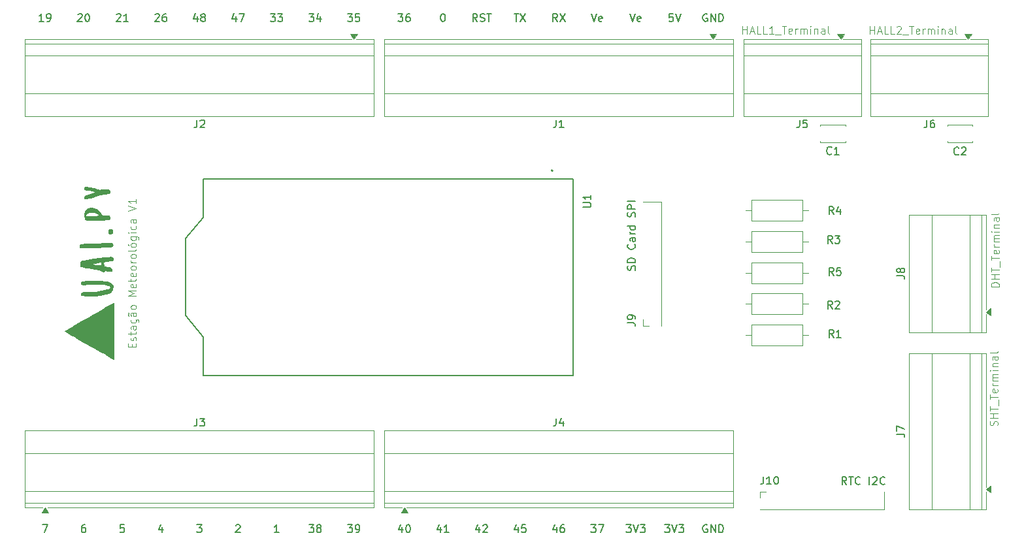
<source format=gbr>
%TF.GenerationSoftware,KiCad,Pcbnew,9.0.2*%
%TF.CreationDate,2025-09-29T18:54:39-03:00*%
%TF.ProjectId,Estacao_ControleIrrigacao,45737461-6361-46f5-9f43-6f6e74726f6c,rev?*%
%TF.SameCoordinates,Original*%
%TF.FileFunction,Legend,Top*%
%TF.FilePolarity,Positive*%
%FSLAX46Y46*%
G04 Gerber Fmt 4.6, Leading zero omitted, Abs format (unit mm)*
G04 Created by KiCad (PCBNEW 9.0.2) date 2025-09-29 18:54:39*
%MOMM*%
%LPD*%
G01*
G04 APERTURE LIST*
%ADD10C,0.150000*%
%ADD11C,0.100000*%
%ADD12C,0.120000*%
%ADD13C,0.000000*%
%ADD14C,0.127000*%
%ADD15C,0.200000*%
G04 APERTURE END LIST*
D10*
X160613095Y-60844819D02*
X160946428Y-61844819D01*
X160946428Y-61844819D02*
X161279761Y-60844819D01*
X161994047Y-61797200D02*
X161898809Y-61844819D01*
X161898809Y-61844819D02*
X161708333Y-61844819D01*
X161708333Y-61844819D02*
X161613095Y-61797200D01*
X161613095Y-61797200D02*
X161565476Y-61701961D01*
X161565476Y-61701961D02*
X161565476Y-61321009D01*
X161565476Y-61321009D02*
X161613095Y-61225771D01*
X161613095Y-61225771D02*
X161708333Y-61178152D01*
X161708333Y-61178152D02*
X161898809Y-61178152D01*
X161898809Y-61178152D02*
X161994047Y-61225771D01*
X161994047Y-61225771D02*
X162041666Y-61321009D01*
X162041666Y-61321009D02*
X162041666Y-61416247D01*
X162041666Y-61416247D02*
X161565476Y-61511485D01*
D11*
X213412419Y-96223497D02*
X212412419Y-96223497D01*
X212412419Y-96223497D02*
X212412419Y-95985402D01*
X212412419Y-95985402D02*
X212460038Y-95842545D01*
X212460038Y-95842545D02*
X212555276Y-95747307D01*
X212555276Y-95747307D02*
X212650514Y-95699688D01*
X212650514Y-95699688D02*
X212840990Y-95652069D01*
X212840990Y-95652069D02*
X212983847Y-95652069D01*
X212983847Y-95652069D02*
X213174323Y-95699688D01*
X213174323Y-95699688D02*
X213269561Y-95747307D01*
X213269561Y-95747307D02*
X213364800Y-95842545D01*
X213364800Y-95842545D02*
X213412419Y-95985402D01*
X213412419Y-95985402D02*
X213412419Y-96223497D01*
X213412419Y-95223497D02*
X212412419Y-95223497D01*
X212888609Y-95223497D02*
X212888609Y-94652069D01*
X213412419Y-94652069D02*
X212412419Y-94652069D01*
X212412419Y-94318735D02*
X212412419Y-93747307D01*
X213412419Y-94033021D02*
X212412419Y-94033021D01*
X213507657Y-93652069D02*
X213507657Y-92890164D01*
X212412419Y-92794925D02*
X212412419Y-92223497D01*
X213412419Y-92509211D02*
X212412419Y-92509211D01*
X213364800Y-91509211D02*
X213412419Y-91604449D01*
X213412419Y-91604449D02*
X213412419Y-91794925D01*
X213412419Y-91794925D02*
X213364800Y-91890163D01*
X213364800Y-91890163D02*
X213269561Y-91937782D01*
X213269561Y-91937782D02*
X212888609Y-91937782D01*
X212888609Y-91937782D02*
X212793371Y-91890163D01*
X212793371Y-91890163D02*
X212745752Y-91794925D01*
X212745752Y-91794925D02*
X212745752Y-91604449D01*
X212745752Y-91604449D02*
X212793371Y-91509211D01*
X212793371Y-91509211D02*
X212888609Y-91461592D01*
X212888609Y-91461592D02*
X212983847Y-91461592D01*
X212983847Y-91461592D02*
X213079085Y-91937782D01*
X213412419Y-91033020D02*
X212745752Y-91033020D01*
X212936228Y-91033020D02*
X212840990Y-90985401D01*
X212840990Y-90985401D02*
X212793371Y-90937782D01*
X212793371Y-90937782D02*
X212745752Y-90842544D01*
X212745752Y-90842544D02*
X212745752Y-90747306D01*
X213412419Y-90413972D02*
X212745752Y-90413972D01*
X212840990Y-90413972D02*
X212793371Y-90366353D01*
X212793371Y-90366353D02*
X212745752Y-90271115D01*
X212745752Y-90271115D02*
X212745752Y-90128258D01*
X212745752Y-90128258D02*
X212793371Y-90033020D01*
X212793371Y-90033020D02*
X212888609Y-89985401D01*
X212888609Y-89985401D02*
X213412419Y-89985401D01*
X212888609Y-89985401D02*
X212793371Y-89937782D01*
X212793371Y-89937782D02*
X212745752Y-89842544D01*
X212745752Y-89842544D02*
X212745752Y-89699687D01*
X212745752Y-89699687D02*
X212793371Y-89604448D01*
X212793371Y-89604448D02*
X212888609Y-89556829D01*
X212888609Y-89556829D02*
X213412419Y-89556829D01*
X213412419Y-89080639D02*
X212745752Y-89080639D01*
X212412419Y-89080639D02*
X212460038Y-89128258D01*
X212460038Y-89128258D02*
X212507657Y-89080639D01*
X212507657Y-89080639D02*
X212460038Y-89033020D01*
X212460038Y-89033020D02*
X212412419Y-89080639D01*
X212412419Y-89080639D02*
X212507657Y-89080639D01*
X212745752Y-88604449D02*
X213412419Y-88604449D01*
X212840990Y-88604449D02*
X212793371Y-88556830D01*
X212793371Y-88556830D02*
X212745752Y-88461592D01*
X212745752Y-88461592D02*
X212745752Y-88318735D01*
X212745752Y-88318735D02*
X212793371Y-88223497D01*
X212793371Y-88223497D02*
X212888609Y-88175878D01*
X212888609Y-88175878D02*
X213412419Y-88175878D01*
X213412419Y-87271116D02*
X212888609Y-87271116D01*
X212888609Y-87271116D02*
X212793371Y-87318735D01*
X212793371Y-87318735D02*
X212745752Y-87413973D01*
X212745752Y-87413973D02*
X212745752Y-87604449D01*
X212745752Y-87604449D02*
X212793371Y-87699687D01*
X213364800Y-87271116D02*
X213412419Y-87366354D01*
X213412419Y-87366354D02*
X213412419Y-87604449D01*
X213412419Y-87604449D02*
X213364800Y-87699687D01*
X213364800Y-87699687D02*
X213269561Y-87747306D01*
X213269561Y-87747306D02*
X213174323Y-87747306D01*
X213174323Y-87747306D02*
X213079085Y-87699687D01*
X213079085Y-87699687D02*
X213031466Y-87604449D01*
X213031466Y-87604449D02*
X213031466Y-87366354D01*
X213031466Y-87366354D02*
X212983847Y-87271116D01*
X213412419Y-86652068D02*
X213364800Y-86747306D01*
X213364800Y-86747306D02*
X213269561Y-86794925D01*
X213269561Y-86794925D02*
X212412419Y-86794925D01*
X213189800Y-114223497D02*
X213237419Y-114080640D01*
X213237419Y-114080640D02*
X213237419Y-113842545D01*
X213237419Y-113842545D02*
X213189800Y-113747307D01*
X213189800Y-113747307D02*
X213142180Y-113699688D01*
X213142180Y-113699688D02*
X213046942Y-113652069D01*
X213046942Y-113652069D02*
X212951704Y-113652069D01*
X212951704Y-113652069D02*
X212856466Y-113699688D01*
X212856466Y-113699688D02*
X212808847Y-113747307D01*
X212808847Y-113747307D02*
X212761228Y-113842545D01*
X212761228Y-113842545D02*
X212713609Y-114033021D01*
X212713609Y-114033021D02*
X212665990Y-114128259D01*
X212665990Y-114128259D02*
X212618371Y-114175878D01*
X212618371Y-114175878D02*
X212523133Y-114223497D01*
X212523133Y-114223497D02*
X212427895Y-114223497D01*
X212427895Y-114223497D02*
X212332657Y-114175878D01*
X212332657Y-114175878D02*
X212285038Y-114128259D01*
X212285038Y-114128259D02*
X212237419Y-114033021D01*
X212237419Y-114033021D02*
X212237419Y-113794926D01*
X212237419Y-113794926D02*
X212285038Y-113652069D01*
X213237419Y-113223497D02*
X212237419Y-113223497D01*
X212713609Y-113223497D02*
X212713609Y-112652069D01*
X213237419Y-112652069D02*
X212237419Y-112652069D01*
X212237419Y-112318735D02*
X212237419Y-111747307D01*
X213237419Y-112033021D02*
X212237419Y-112033021D01*
X213332657Y-111652069D02*
X213332657Y-110890164D01*
X212237419Y-110794925D02*
X212237419Y-110223497D01*
X213237419Y-110509211D02*
X212237419Y-110509211D01*
X213189800Y-109509211D02*
X213237419Y-109604449D01*
X213237419Y-109604449D02*
X213237419Y-109794925D01*
X213237419Y-109794925D02*
X213189800Y-109890163D01*
X213189800Y-109890163D02*
X213094561Y-109937782D01*
X213094561Y-109937782D02*
X212713609Y-109937782D01*
X212713609Y-109937782D02*
X212618371Y-109890163D01*
X212618371Y-109890163D02*
X212570752Y-109794925D01*
X212570752Y-109794925D02*
X212570752Y-109604449D01*
X212570752Y-109604449D02*
X212618371Y-109509211D01*
X212618371Y-109509211D02*
X212713609Y-109461592D01*
X212713609Y-109461592D02*
X212808847Y-109461592D01*
X212808847Y-109461592D02*
X212904085Y-109937782D01*
X213237419Y-109033020D02*
X212570752Y-109033020D01*
X212761228Y-109033020D02*
X212665990Y-108985401D01*
X212665990Y-108985401D02*
X212618371Y-108937782D01*
X212618371Y-108937782D02*
X212570752Y-108842544D01*
X212570752Y-108842544D02*
X212570752Y-108747306D01*
X213237419Y-108413972D02*
X212570752Y-108413972D01*
X212665990Y-108413972D02*
X212618371Y-108366353D01*
X212618371Y-108366353D02*
X212570752Y-108271115D01*
X212570752Y-108271115D02*
X212570752Y-108128258D01*
X212570752Y-108128258D02*
X212618371Y-108033020D01*
X212618371Y-108033020D02*
X212713609Y-107985401D01*
X212713609Y-107985401D02*
X213237419Y-107985401D01*
X212713609Y-107985401D02*
X212618371Y-107937782D01*
X212618371Y-107937782D02*
X212570752Y-107842544D01*
X212570752Y-107842544D02*
X212570752Y-107699687D01*
X212570752Y-107699687D02*
X212618371Y-107604448D01*
X212618371Y-107604448D02*
X212713609Y-107556829D01*
X212713609Y-107556829D02*
X213237419Y-107556829D01*
X213237419Y-107080639D02*
X212570752Y-107080639D01*
X212237419Y-107080639D02*
X212285038Y-107128258D01*
X212285038Y-107128258D02*
X212332657Y-107080639D01*
X212332657Y-107080639D02*
X212285038Y-107033020D01*
X212285038Y-107033020D02*
X212237419Y-107080639D01*
X212237419Y-107080639D02*
X212332657Y-107080639D01*
X212570752Y-106604449D02*
X213237419Y-106604449D01*
X212665990Y-106604449D02*
X212618371Y-106556830D01*
X212618371Y-106556830D02*
X212570752Y-106461592D01*
X212570752Y-106461592D02*
X212570752Y-106318735D01*
X212570752Y-106318735D02*
X212618371Y-106223497D01*
X212618371Y-106223497D02*
X212713609Y-106175878D01*
X212713609Y-106175878D02*
X213237419Y-106175878D01*
X213237419Y-105271116D02*
X212713609Y-105271116D01*
X212713609Y-105271116D02*
X212618371Y-105318735D01*
X212618371Y-105318735D02*
X212570752Y-105413973D01*
X212570752Y-105413973D02*
X212570752Y-105604449D01*
X212570752Y-105604449D02*
X212618371Y-105699687D01*
X213189800Y-105271116D02*
X213237419Y-105366354D01*
X213237419Y-105366354D02*
X213237419Y-105604449D01*
X213237419Y-105604449D02*
X213189800Y-105699687D01*
X213189800Y-105699687D02*
X213094561Y-105747306D01*
X213094561Y-105747306D02*
X212999323Y-105747306D01*
X212999323Y-105747306D02*
X212904085Y-105699687D01*
X212904085Y-105699687D02*
X212856466Y-105604449D01*
X212856466Y-105604449D02*
X212856466Y-105366354D01*
X212856466Y-105366354D02*
X212808847Y-105271116D01*
X213237419Y-104652068D02*
X213189800Y-104747306D01*
X213189800Y-104747306D02*
X213094561Y-104794925D01*
X213094561Y-104794925D02*
X212237419Y-104794925D01*
D10*
X89496667Y-127084819D02*
X90163333Y-127084819D01*
X90163333Y-127084819D02*
X89734762Y-128084819D01*
X171184523Y-60844819D02*
X170708333Y-60844819D01*
X170708333Y-60844819D02*
X170660714Y-61321009D01*
X170660714Y-61321009D02*
X170708333Y-61273390D01*
X170708333Y-61273390D02*
X170803571Y-61225771D01*
X170803571Y-61225771D02*
X171041666Y-61225771D01*
X171041666Y-61225771D02*
X171136904Y-61273390D01*
X171136904Y-61273390D02*
X171184523Y-61321009D01*
X171184523Y-61321009D02*
X171232142Y-61416247D01*
X171232142Y-61416247D02*
X171232142Y-61654342D01*
X171232142Y-61654342D02*
X171184523Y-61749580D01*
X171184523Y-61749580D02*
X171136904Y-61797200D01*
X171136904Y-61797200D02*
X171041666Y-61844819D01*
X171041666Y-61844819D02*
X170803571Y-61844819D01*
X170803571Y-61844819D02*
X170708333Y-61797200D01*
X170708333Y-61797200D02*
X170660714Y-61749580D01*
X171517857Y-60844819D02*
X171851190Y-61844819D01*
X171851190Y-61844819D02*
X172184523Y-60844819D01*
X95020476Y-127084819D02*
X94830000Y-127084819D01*
X94830000Y-127084819D02*
X94734762Y-127132438D01*
X94734762Y-127132438D02*
X94687143Y-127180057D01*
X94687143Y-127180057D02*
X94591905Y-127322914D01*
X94591905Y-127322914D02*
X94544286Y-127513390D01*
X94544286Y-127513390D02*
X94544286Y-127894342D01*
X94544286Y-127894342D02*
X94591905Y-127989580D01*
X94591905Y-127989580D02*
X94639524Y-128037200D01*
X94639524Y-128037200D02*
X94734762Y-128084819D01*
X94734762Y-128084819D02*
X94925238Y-128084819D01*
X94925238Y-128084819D02*
X95020476Y-128037200D01*
X95020476Y-128037200D02*
X95068095Y-127989580D01*
X95068095Y-127989580D02*
X95115714Y-127894342D01*
X95115714Y-127894342D02*
X95115714Y-127656247D01*
X95115714Y-127656247D02*
X95068095Y-127561009D01*
X95068095Y-127561009D02*
X95020476Y-127513390D01*
X95020476Y-127513390D02*
X94925238Y-127465771D01*
X94925238Y-127465771D02*
X94734762Y-127465771D01*
X94734762Y-127465771D02*
X94639524Y-127513390D01*
X94639524Y-127513390D02*
X94591905Y-127561009D01*
X94591905Y-127561009D02*
X94544286Y-127656247D01*
D11*
X101088609Y-104055641D02*
X101088609Y-103722308D01*
X101612419Y-103579451D02*
X101612419Y-104055641D01*
X101612419Y-104055641D02*
X100612419Y-104055641D01*
X100612419Y-104055641D02*
X100612419Y-103579451D01*
X101564800Y-103198498D02*
X101612419Y-103103260D01*
X101612419Y-103103260D02*
X101612419Y-102912784D01*
X101612419Y-102912784D02*
X101564800Y-102817546D01*
X101564800Y-102817546D02*
X101469561Y-102769927D01*
X101469561Y-102769927D02*
X101421942Y-102769927D01*
X101421942Y-102769927D02*
X101326704Y-102817546D01*
X101326704Y-102817546D02*
X101279085Y-102912784D01*
X101279085Y-102912784D02*
X101279085Y-103055641D01*
X101279085Y-103055641D02*
X101231466Y-103150879D01*
X101231466Y-103150879D02*
X101136228Y-103198498D01*
X101136228Y-103198498D02*
X101088609Y-103198498D01*
X101088609Y-103198498D02*
X100993371Y-103150879D01*
X100993371Y-103150879D02*
X100945752Y-103055641D01*
X100945752Y-103055641D02*
X100945752Y-102912784D01*
X100945752Y-102912784D02*
X100993371Y-102817546D01*
X100945752Y-102484212D02*
X100945752Y-102103260D01*
X100612419Y-102341355D02*
X101469561Y-102341355D01*
X101469561Y-102341355D02*
X101564800Y-102293736D01*
X101564800Y-102293736D02*
X101612419Y-102198498D01*
X101612419Y-102198498D02*
X101612419Y-102103260D01*
X101612419Y-101341355D02*
X101088609Y-101341355D01*
X101088609Y-101341355D02*
X100993371Y-101388974D01*
X100993371Y-101388974D02*
X100945752Y-101484212D01*
X100945752Y-101484212D02*
X100945752Y-101674688D01*
X100945752Y-101674688D02*
X100993371Y-101769926D01*
X101564800Y-101341355D02*
X101612419Y-101436593D01*
X101612419Y-101436593D02*
X101612419Y-101674688D01*
X101612419Y-101674688D02*
X101564800Y-101769926D01*
X101564800Y-101769926D02*
X101469561Y-101817545D01*
X101469561Y-101817545D02*
X101374323Y-101817545D01*
X101374323Y-101817545D02*
X101279085Y-101769926D01*
X101279085Y-101769926D02*
X101231466Y-101674688D01*
X101231466Y-101674688D02*
X101231466Y-101436593D01*
X101231466Y-101436593D02*
X101183847Y-101341355D01*
X101564800Y-100436593D02*
X101612419Y-100531831D01*
X101612419Y-100531831D02*
X101612419Y-100722307D01*
X101612419Y-100722307D02*
X101564800Y-100817545D01*
X101564800Y-100817545D02*
X101517180Y-100865164D01*
X101517180Y-100865164D02*
X101421942Y-100912783D01*
X101421942Y-100912783D02*
X101136228Y-100912783D01*
X101136228Y-100912783D02*
X101040990Y-100865164D01*
X101040990Y-100865164D02*
X100993371Y-100817545D01*
X100993371Y-100817545D02*
X100945752Y-100722307D01*
X100945752Y-100722307D02*
X100945752Y-100531831D01*
X100945752Y-100531831D02*
X100993371Y-100436593D01*
X101660038Y-100627069D02*
X101707657Y-100531831D01*
X101707657Y-100531831D02*
X101802895Y-100484212D01*
X101802895Y-100484212D02*
X101898133Y-100531831D01*
X101898133Y-100531831D02*
X101945752Y-100627069D01*
X101945752Y-100627069D02*
X101945752Y-100769926D01*
X101612419Y-99579450D02*
X101088609Y-99579450D01*
X101088609Y-99579450D02*
X100993371Y-99627069D01*
X100993371Y-99627069D02*
X100945752Y-99722307D01*
X100945752Y-99722307D02*
X100945752Y-99912783D01*
X100945752Y-99912783D02*
X100993371Y-100008021D01*
X101564800Y-99579450D02*
X101612419Y-99674688D01*
X101612419Y-99674688D02*
X101612419Y-99912783D01*
X101612419Y-99912783D02*
X101564800Y-100008021D01*
X101564800Y-100008021D02*
X101469561Y-100055640D01*
X101469561Y-100055640D02*
X101374323Y-100055640D01*
X101374323Y-100055640D02*
X101279085Y-100008021D01*
X101279085Y-100008021D02*
X101231466Y-99912783D01*
X101231466Y-99912783D02*
X101231466Y-99674688D01*
X101231466Y-99674688D02*
X101183847Y-99579450D01*
X100707657Y-100055640D02*
X100660038Y-100008021D01*
X100660038Y-100008021D02*
X100612419Y-99912783D01*
X100612419Y-99912783D02*
X100707657Y-99722307D01*
X100707657Y-99722307D02*
X100660038Y-99627069D01*
X100660038Y-99627069D02*
X100612419Y-99579450D01*
X101612419Y-98960402D02*
X101564800Y-99055640D01*
X101564800Y-99055640D02*
X101517180Y-99103259D01*
X101517180Y-99103259D02*
X101421942Y-99150878D01*
X101421942Y-99150878D02*
X101136228Y-99150878D01*
X101136228Y-99150878D02*
X101040990Y-99103259D01*
X101040990Y-99103259D02*
X100993371Y-99055640D01*
X100993371Y-99055640D02*
X100945752Y-98960402D01*
X100945752Y-98960402D02*
X100945752Y-98817545D01*
X100945752Y-98817545D02*
X100993371Y-98722307D01*
X100993371Y-98722307D02*
X101040990Y-98674688D01*
X101040990Y-98674688D02*
X101136228Y-98627069D01*
X101136228Y-98627069D02*
X101421942Y-98627069D01*
X101421942Y-98627069D02*
X101517180Y-98674688D01*
X101517180Y-98674688D02*
X101564800Y-98722307D01*
X101564800Y-98722307D02*
X101612419Y-98817545D01*
X101612419Y-98817545D02*
X101612419Y-98960402D01*
X101612419Y-97436592D02*
X100612419Y-97436592D01*
X100612419Y-97436592D02*
X101326704Y-97103259D01*
X101326704Y-97103259D02*
X100612419Y-96769926D01*
X100612419Y-96769926D02*
X101612419Y-96769926D01*
X101564800Y-95912783D02*
X101612419Y-96008021D01*
X101612419Y-96008021D02*
X101612419Y-96198497D01*
X101612419Y-96198497D02*
X101564800Y-96293735D01*
X101564800Y-96293735D02*
X101469561Y-96341354D01*
X101469561Y-96341354D02*
X101088609Y-96341354D01*
X101088609Y-96341354D02*
X100993371Y-96293735D01*
X100993371Y-96293735D02*
X100945752Y-96198497D01*
X100945752Y-96198497D02*
X100945752Y-96008021D01*
X100945752Y-96008021D02*
X100993371Y-95912783D01*
X100993371Y-95912783D02*
X101088609Y-95865164D01*
X101088609Y-95865164D02*
X101183847Y-95865164D01*
X101183847Y-95865164D02*
X101279085Y-96341354D01*
X100945752Y-95579449D02*
X100945752Y-95198497D01*
X100612419Y-95436592D02*
X101469561Y-95436592D01*
X101469561Y-95436592D02*
X101564800Y-95388973D01*
X101564800Y-95388973D02*
X101612419Y-95293735D01*
X101612419Y-95293735D02*
X101612419Y-95198497D01*
X101564800Y-94484211D02*
X101612419Y-94579449D01*
X101612419Y-94579449D02*
X101612419Y-94769925D01*
X101612419Y-94769925D02*
X101564800Y-94865163D01*
X101564800Y-94865163D02*
X101469561Y-94912782D01*
X101469561Y-94912782D02*
X101088609Y-94912782D01*
X101088609Y-94912782D02*
X100993371Y-94865163D01*
X100993371Y-94865163D02*
X100945752Y-94769925D01*
X100945752Y-94769925D02*
X100945752Y-94579449D01*
X100945752Y-94579449D02*
X100993371Y-94484211D01*
X100993371Y-94484211D02*
X101088609Y-94436592D01*
X101088609Y-94436592D02*
X101183847Y-94436592D01*
X101183847Y-94436592D02*
X101279085Y-94912782D01*
X101612419Y-93865163D02*
X101564800Y-93960401D01*
X101564800Y-93960401D02*
X101517180Y-94008020D01*
X101517180Y-94008020D02*
X101421942Y-94055639D01*
X101421942Y-94055639D02*
X101136228Y-94055639D01*
X101136228Y-94055639D02*
X101040990Y-94008020D01*
X101040990Y-94008020D02*
X100993371Y-93960401D01*
X100993371Y-93960401D02*
X100945752Y-93865163D01*
X100945752Y-93865163D02*
X100945752Y-93722306D01*
X100945752Y-93722306D02*
X100993371Y-93627068D01*
X100993371Y-93627068D02*
X101040990Y-93579449D01*
X101040990Y-93579449D02*
X101136228Y-93531830D01*
X101136228Y-93531830D02*
X101421942Y-93531830D01*
X101421942Y-93531830D02*
X101517180Y-93579449D01*
X101517180Y-93579449D02*
X101564800Y-93627068D01*
X101564800Y-93627068D02*
X101612419Y-93722306D01*
X101612419Y-93722306D02*
X101612419Y-93865163D01*
X101612419Y-93103258D02*
X100945752Y-93103258D01*
X101136228Y-93103258D02*
X101040990Y-93055639D01*
X101040990Y-93055639D02*
X100993371Y-93008020D01*
X100993371Y-93008020D02*
X100945752Y-92912782D01*
X100945752Y-92912782D02*
X100945752Y-92817544D01*
X101612419Y-92341353D02*
X101564800Y-92436591D01*
X101564800Y-92436591D02*
X101517180Y-92484210D01*
X101517180Y-92484210D02*
X101421942Y-92531829D01*
X101421942Y-92531829D02*
X101136228Y-92531829D01*
X101136228Y-92531829D02*
X101040990Y-92484210D01*
X101040990Y-92484210D02*
X100993371Y-92436591D01*
X100993371Y-92436591D02*
X100945752Y-92341353D01*
X100945752Y-92341353D02*
X100945752Y-92198496D01*
X100945752Y-92198496D02*
X100993371Y-92103258D01*
X100993371Y-92103258D02*
X101040990Y-92055639D01*
X101040990Y-92055639D02*
X101136228Y-92008020D01*
X101136228Y-92008020D02*
X101421942Y-92008020D01*
X101421942Y-92008020D02*
X101517180Y-92055639D01*
X101517180Y-92055639D02*
X101564800Y-92103258D01*
X101564800Y-92103258D02*
X101612419Y-92198496D01*
X101612419Y-92198496D02*
X101612419Y-92341353D01*
X101612419Y-91436591D02*
X101564800Y-91531829D01*
X101564800Y-91531829D02*
X101469561Y-91579448D01*
X101469561Y-91579448D02*
X100612419Y-91579448D01*
X101612419Y-90912781D02*
X101564800Y-91008019D01*
X101564800Y-91008019D02*
X101517180Y-91055638D01*
X101517180Y-91055638D02*
X101421942Y-91103257D01*
X101421942Y-91103257D02*
X101136228Y-91103257D01*
X101136228Y-91103257D02*
X101040990Y-91055638D01*
X101040990Y-91055638D02*
X100993371Y-91008019D01*
X100993371Y-91008019D02*
X100945752Y-90912781D01*
X100945752Y-90912781D02*
X100945752Y-90769924D01*
X100945752Y-90769924D02*
X100993371Y-90674686D01*
X100993371Y-90674686D02*
X101040990Y-90627067D01*
X101040990Y-90627067D02*
X101136228Y-90579448D01*
X101136228Y-90579448D02*
X101421942Y-90579448D01*
X101421942Y-90579448D02*
X101517180Y-90627067D01*
X101517180Y-90627067D02*
X101564800Y-90674686D01*
X101564800Y-90674686D02*
X101612419Y-90769924D01*
X101612419Y-90769924D02*
X101612419Y-90912781D01*
X100564800Y-90722305D02*
X100707657Y-90865162D01*
X100945752Y-89722305D02*
X101755276Y-89722305D01*
X101755276Y-89722305D02*
X101850514Y-89769924D01*
X101850514Y-89769924D02*
X101898133Y-89817543D01*
X101898133Y-89817543D02*
X101945752Y-89912781D01*
X101945752Y-89912781D02*
X101945752Y-90055638D01*
X101945752Y-90055638D02*
X101898133Y-90150876D01*
X101564800Y-89722305D02*
X101612419Y-89817543D01*
X101612419Y-89817543D02*
X101612419Y-90008019D01*
X101612419Y-90008019D02*
X101564800Y-90103257D01*
X101564800Y-90103257D02*
X101517180Y-90150876D01*
X101517180Y-90150876D02*
X101421942Y-90198495D01*
X101421942Y-90198495D02*
X101136228Y-90198495D01*
X101136228Y-90198495D02*
X101040990Y-90150876D01*
X101040990Y-90150876D02*
X100993371Y-90103257D01*
X100993371Y-90103257D02*
X100945752Y-90008019D01*
X100945752Y-90008019D02*
X100945752Y-89817543D01*
X100945752Y-89817543D02*
X100993371Y-89722305D01*
X101612419Y-89246114D02*
X100945752Y-89246114D01*
X100612419Y-89246114D02*
X100660038Y-89293733D01*
X100660038Y-89293733D02*
X100707657Y-89246114D01*
X100707657Y-89246114D02*
X100660038Y-89198495D01*
X100660038Y-89198495D02*
X100612419Y-89246114D01*
X100612419Y-89246114D02*
X100707657Y-89246114D01*
X101564800Y-88341353D02*
X101612419Y-88436591D01*
X101612419Y-88436591D02*
X101612419Y-88627067D01*
X101612419Y-88627067D02*
X101564800Y-88722305D01*
X101564800Y-88722305D02*
X101517180Y-88769924D01*
X101517180Y-88769924D02*
X101421942Y-88817543D01*
X101421942Y-88817543D02*
X101136228Y-88817543D01*
X101136228Y-88817543D02*
X101040990Y-88769924D01*
X101040990Y-88769924D02*
X100993371Y-88722305D01*
X100993371Y-88722305D02*
X100945752Y-88627067D01*
X100945752Y-88627067D02*
X100945752Y-88436591D01*
X100945752Y-88436591D02*
X100993371Y-88341353D01*
X101612419Y-87484210D02*
X101088609Y-87484210D01*
X101088609Y-87484210D02*
X100993371Y-87531829D01*
X100993371Y-87531829D02*
X100945752Y-87627067D01*
X100945752Y-87627067D02*
X100945752Y-87817543D01*
X100945752Y-87817543D02*
X100993371Y-87912781D01*
X101564800Y-87484210D02*
X101612419Y-87579448D01*
X101612419Y-87579448D02*
X101612419Y-87817543D01*
X101612419Y-87817543D02*
X101564800Y-87912781D01*
X101564800Y-87912781D02*
X101469561Y-87960400D01*
X101469561Y-87960400D02*
X101374323Y-87960400D01*
X101374323Y-87960400D02*
X101279085Y-87912781D01*
X101279085Y-87912781D02*
X101231466Y-87817543D01*
X101231466Y-87817543D02*
X101231466Y-87579448D01*
X101231466Y-87579448D02*
X101183847Y-87484210D01*
X100612419Y-86388971D02*
X101612419Y-86055638D01*
X101612419Y-86055638D02*
X100612419Y-85722305D01*
X101612419Y-84865162D02*
X101612419Y-85436590D01*
X101612419Y-85150876D02*
X100612419Y-85150876D01*
X100612419Y-85150876D02*
X100755276Y-85246114D01*
X100755276Y-85246114D02*
X100850514Y-85341352D01*
X100850514Y-85341352D02*
X100898133Y-85436590D01*
D10*
X166247200Y-94082857D02*
X166294819Y-93940000D01*
X166294819Y-93940000D02*
X166294819Y-93701905D01*
X166294819Y-93701905D02*
X166247200Y-93606667D01*
X166247200Y-93606667D02*
X166199580Y-93559048D01*
X166199580Y-93559048D02*
X166104342Y-93511429D01*
X166104342Y-93511429D02*
X166009104Y-93511429D01*
X166009104Y-93511429D02*
X165913866Y-93559048D01*
X165913866Y-93559048D02*
X165866247Y-93606667D01*
X165866247Y-93606667D02*
X165818628Y-93701905D01*
X165818628Y-93701905D02*
X165771009Y-93892381D01*
X165771009Y-93892381D02*
X165723390Y-93987619D01*
X165723390Y-93987619D02*
X165675771Y-94035238D01*
X165675771Y-94035238D02*
X165580533Y-94082857D01*
X165580533Y-94082857D02*
X165485295Y-94082857D01*
X165485295Y-94082857D02*
X165390057Y-94035238D01*
X165390057Y-94035238D02*
X165342438Y-93987619D01*
X165342438Y-93987619D02*
X165294819Y-93892381D01*
X165294819Y-93892381D02*
X165294819Y-93654286D01*
X165294819Y-93654286D02*
X165342438Y-93511429D01*
X166294819Y-93082857D02*
X165294819Y-93082857D01*
X165294819Y-93082857D02*
X165294819Y-92844762D01*
X165294819Y-92844762D02*
X165342438Y-92701905D01*
X165342438Y-92701905D02*
X165437676Y-92606667D01*
X165437676Y-92606667D02*
X165532914Y-92559048D01*
X165532914Y-92559048D02*
X165723390Y-92511429D01*
X165723390Y-92511429D02*
X165866247Y-92511429D01*
X165866247Y-92511429D02*
X166056723Y-92559048D01*
X166056723Y-92559048D02*
X166151961Y-92606667D01*
X166151961Y-92606667D02*
X166247200Y-92701905D01*
X166247200Y-92701905D02*
X166294819Y-92844762D01*
X166294819Y-92844762D02*
X166294819Y-93082857D01*
X166199580Y-90749524D02*
X166247200Y-90797143D01*
X166247200Y-90797143D02*
X166294819Y-90940000D01*
X166294819Y-90940000D02*
X166294819Y-91035238D01*
X166294819Y-91035238D02*
X166247200Y-91178095D01*
X166247200Y-91178095D02*
X166151961Y-91273333D01*
X166151961Y-91273333D02*
X166056723Y-91320952D01*
X166056723Y-91320952D02*
X165866247Y-91368571D01*
X165866247Y-91368571D02*
X165723390Y-91368571D01*
X165723390Y-91368571D02*
X165532914Y-91320952D01*
X165532914Y-91320952D02*
X165437676Y-91273333D01*
X165437676Y-91273333D02*
X165342438Y-91178095D01*
X165342438Y-91178095D02*
X165294819Y-91035238D01*
X165294819Y-91035238D02*
X165294819Y-90940000D01*
X165294819Y-90940000D02*
X165342438Y-90797143D01*
X165342438Y-90797143D02*
X165390057Y-90749524D01*
X166294819Y-89892381D02*
X165771009Y-89892381D01*
X165771009Y-89892381D02*
X165675771Y-89940000D01*
X165675771Y-89940000D02*
X165628152Y-90035238D01*
X165628152Y-90035238D02*
X165628152Y-90225714D01*
X165628152Y-90225714D02*
X165675771Y-90320952D01*
X166247200Y-89892381D02*
X166294819Y-89987619D01*
X166294819Y-89987619D02*
X166294819Y-90225714D01*
X166294819Y-90225714D02*
X166247200Y-90320952D01*
X166247200Y-90320952D02*
X166151961Y-90368571D01*
X166151961Y-90368571D02*
X166056723Y-90368571D01*
X166056723Y-90368571D02*
X165961485Y-90320952D01*
X165961485Y-90320952D02*
X165913866Y-90225714D01*
X165913866Y-90225714D02*
X165913866Y-89987619D01*
X165913866Y-89987619D02*
X165866247Y-89892381D01*
X166294819Y-89416190D02*
X165628152Y-89416190D01*
X165818628Y-89416190D02*
X165723390Y-89368571D01*
X165723390Y-89368571D02*
X165675771Y-89320952D01*
X165675771Y-89320952D02*
X165628152Y-89225714D01*
X165628152Y-89225714D02*
X165628152Y-89130476D01*
X166294819Y-88368571D02*
X165294819Y-88368571D01*
X166247200Y-88368571D02*
X166294819Y-88463809D01*
X166294819Y-88463809D02*
X166294819Y-88654285D01*
X166294819Y-88654285D02*
X166247200Y-88749523D01*
X166247200Y-88749523D02*
X166199580Y-88797142D01*
X166199580Y-88797142D02*
X166104342Y-88844761D01*
X166104342Y-88844761D02*
X165818628Y-88844761D01*
X165818628Y-88844761D02*
X165723390Y-88797142D01*
X165723390Y-88797142D02*
X165675771Y-88749523D01*
X165675771Y-88749523D02*
X165628152Y-88654285D01*
X165628152Y-88654285D02*
X165628152Y-88463809D01*
X165628152Y-88463809D02*
X165675771Y-88368571D01*
X166247200Y-87178094D02*
X166294819Y-87035237D01*
X166294819Y-87035237D02*
X166294819Y-86797142D01*
X166294819Y-86797142D02*
X166247200Y-86701904D01*
X166247200Y-86701904D02*
X166199580Y-86654285D01*
X166199580Y-86654285D02*
X166104342Y-86606666D01*
X166104342Y-86606666D02*
X166009104Y-86606666D01*
X166009104Y-86606666D02*
X165913866Y-86654285D01*
X165913866Y-86654285D02*
X165866247Y-86701904D01*
X165866247Y-86701904D02*
X165818628Y-86797142D01*
X165818628Y-86797142D02*
X165771009Y-86987618D01*
X165771009Y-86987618D02*
X165723390Y-87082856D01*
X165723390Y-87082856D02*
X165675771Y-87130475D01*
X165675771Y-87130475D02*
X165580533Y-87178094D01*
X165580533Y-87178094D02*
X165485295Y-87178094D01*
X165485295Y-87178094D02*
X165390057Y-87130475D01*
X165390057Y-87130475D02*
X165342438Y-87082856D01*
X165342438Y-87082856D02*
X165294819Y-86987618D01*
X165294819Y-86987618D02*
X165294819Y-86749523D01*
X165294819Y-86749523D02*
X165342438Y-86606666D01*
X166294819Y-86178094D02*
X165294819Y-86178094D01*
X165294819Y-86178094D02*
X165294819Y-85797142D01*
X165294819Y-85797142D02*
X165342438Y-85701904D01*
X165342438Y-85701904D02*
X165390057Y-85654285D01*
X165390057Y-85654285D02*
X165485295Y-85606666D01*
X165485295Y-85606666D02*
X165628152Y-85606666D01*
X165628152Y-85606666D02*
X165723390Y-85654285D01*
X165723390Y-85654285D02*
X165771009Y-85701904D01*
X165771009Y-85701904D02*
X165818628Y-85797142D01*
X165818628Y-85797142D02*
X165818628Y-86178094D01*
X166294819Y-85178094D02*
X165294819Y-85178094D01*
X119020476Y-60844819D02*
X119639523Y-60844819D01*
X119639523Y-60844819D02*
X119306190Y-61225771D01*
X119306190Y-61225771D02*
X119449047Y-61225771D01*
X119449047Y-61225771D02*
X119544285Y-61273390D01*
X119544285Y-61273390D02*
X119591904Y-61321009D01*
X119591904Y-61321009D02*
X119639523Y-61416247D01*
X119639523Y-61416247D02*
X119639523Y-61654342D01*
X119639523Y-61654342D02*
X119591904Y-61749580D01*
X119591904Y-61749580D02*
X119544285Y-61797200D01*
X119544285Y-61797200D02*
X119449047Y-61844819D01*
X119449047Y-61844819D02*
X119163333Y-61844819D01*
X119163333Y-61844819D02*
X119068095Y-61797200D01*
X119068095Y-61797200D02*
X119020476Y-61749580D01*
X119972857Y-60844819D02*
X120591904Y-60844819D01*
X120591904Y-60844819D02*
X120258571Y-61225771D01*
X120258571Y-61225771D02*
X120401428Y-61225771D01*
X120401428Y-61225771D02*
X120496666Y-61273390D01*
X120496666Y-61273390D02*
X120544285Y-61321009D01*
X120544285Y-61321009D02*
X120591904Y-61416247D01*
X120591904Y-61416247D02*
X120591904Y-61654342D01*
X120591904Y-61654342D02*
X120544285Y-61749580D01*
X120544285Y-61749580D02*
X120496666Y-61797200D01*
X120496666Y-61797200D02*
X120401428Y-61844819D01*
X120401428Y-61844819D02*
X120115714Y-61844819D01*
X120115714Y-61844819D02*
X120020476Y-61797200D01*
X120020476Y-61797200D02*
X119972857Y-61749580D01*
X124020476Y-127084819D02*
X124639523Y-127084819D01*
X124639523Y-127084819D02*
X124306190Y-127465771D01*
X124306190Y-127465771D02*
X124449047Y-127465771D01*
X124449047Y-127465771D02*
X124544285Y-127513390D01*
X124544285Y-127513390D02*
X124591904Y-127561009D01*
X124591904Y-127561009D02*
X124639523Y-127656247D01*
X124639523Y-127656247D02*
X124639523Y-127894342D01*
X124639523Y-127894342D02*
X124591904Y-127989580D01*
X124591904Y-127989580D02*
X124544285Y-128037200D01*
X124544285Y-128037200D02*
X124449047Y-128084819D01*
X124449047Y-128084819D02*
X124163333Y-128084819D01*
X124163333Y-128084819D02*
X124068095Y-128037200D01*
X124068095Y-128037200D02*
X124020476Y-127989580D01*
X125210952Y-127513390D02*
X125115714Y-127465771D01*
X125115714Y-127465771D02*
X125068095Y-127418152D01*
X125068095Y-127418152D02*
X125020476Y-127322914D01*
X125020476Y-127322914D02*
X125020476Y-127275295D01*
X125020476Y-127275295D02*
X125068095Y-127180057D01*
X125068095Y-127180057D02*
X125115714Y-127132438D01*
X125115714Y-127132438D02*
X125210952Y-127084819D01*
X125210952Y-127084819D02*
X125401428Y-127084819D01*
X125401428Y-127084819D02*
X125496666Y-127132438D01*
X125496666Y-127132438D02*
X125544285Y-127180057D01*
X125544285Y-127180057D02*
X125591904Y-127275295D01*
X125591904Y-127275295D02*
X125591904Y-127322914D01*
X125591904Y-127322914D02*
X125544285Y-127418152D01*
X125544285Y-127418152D02*
X125496666Y-127465771D01*
X125496666Y-127465771D02*
X125401428Y-127513390D01*
X125401428Y-127513390D02*
X125210952Y-127513390D01*
X125210952Y-127513390D02*
X125115714Y-127561009D01*
X125115714Y-127561009D02*
X125068095Y-127608628D01*
X125068095Y-127608628D02*
X125020476Y-127703866D01*
X125020476Y-127703866D02*
X125020476Y-127894342D01*
X125020476Y-127894342D02*
X125068095Y-127989580D01*
X125068095Y-127989580D02*
X125115714Y-128037200D01*
X125115714Y-128037200D02*
X125210952Y-128084819D01*
X125210952Y-128084819D02*
X125401428Y-128084819D01*
X125401428Y-128084819D02*
X125496666Y-128037200D01*
X125496666Y-128037200D02*
X125544285Y-127989580D01*
X125544285Y-127989580D02*
X125591904Y-127894342D01*
X125591904Y-127894342D02*
X125591904Y-127703866D01*
X125591904Y-127703866D02*
X125544285Y-127608628D01*
X125544285Y-127608628D02*
X125496666Y-127561009D01*
X125496666Y-127561009D02*
X125401428Y-127513390D01*
X150613095Y-60844819D02*
X151184523Y-60844819D01*
X150898809Y-61844819D02*
X150898809Y-60844819D01*
X151422619Y-60844819D02*
X152089285Y-61844819D01*
X152089285Y-60844819D02*
X151422619Y-61844819D01*
X170136905Y-127084819D02*
X170755952Y-127084819D01*
X170755952Y-127084819D02*
X170422619Y-127465771D01*
X170422619Y-127465771D02*
X170565476Y-127465771D01*
X170565476Y-127465771D02*
X170660714Y-127513390D01*
X170660714Y-127513390D02*
X170708333Y-127561009D01*
X170708333Y-127561009D02*
X170755952Y-127656247D01*
X170755952Y-127656247D02*
X170755952Y-127894342D01*
X170755952Y-127894342D02*
X170708333Y-127989580D01*
X170708333Y-127989580D02*
X170660714Y-128037200D01*
X170660714Y-128037200D02*
X170565476Y-128084819D01*
X170565476Y-128084819D02*
X170279762Y-128084819D01*
X170279762Y-128084819D02*
X170184524Y-128037200D01*
X170184524Y-128037200D02*
X170136905Y-127989580D01*
X171041667Y-127084819D02*
X171375000Y-128084819D01*
X171375000Y-128084819D02*
X171708333Y-127084819D01*
X171946429Y-127084819D02*
X172565476Y-127084819D01*
X172565476Y-127084819D02*
X172232143Y-127465771D01*
X172232143Y-127465771D02*
X172375000Y-127465771D01*
X172375000Y-127465771D02*
X172470238Y-127513390D01*
X172470238Y-127513390D02*
X172517857Y-127561009D01*
X172517857Y-127561009D02*
X172565476Y-127656247D01*
X172565476Y-127656247D02*
X172565476Y-127894342D01*
X172565476Y-127894342D02*
X172517857Y-127989580D01*
X172517857Y-127989580D02*
X172470238Y-128037200D01*
X172470238Y-128037200D02*
X172375000Y-128084819D01*
X172375000Y-128084819D02*
X172089286Y-128084819D01*
X172089286Y-128084819D02*
X171994048Y-128037200D01*
X171994048Y-128037200D02*
X171946429Y-127989580D01*
X141089285Y-127418152D02*
X141089285Y-128084819D01*
X140851190Y-127037200D02*
X140613095Y-127751485D01*
X140613095Y-127751485D02*
X141232142Y-127751485D01*
X142136904Y-128084819D02*
X141565476Y-128084819D01*
X141851190Y-128084819D02*
X141851190Y-127084819D01*
X141851190Y-127084819D02*
X141755952Y-127227676D01*
X141755952Y-127227676D02*
X141660714Y-127322914D01*
X141660714Y-127322914D02*
X141565476Y-127370533D01*
X156089285Y-127418152D02*
X156089285Y-128084819D01*
X155851190Y-127037200D02*
X155613095Y-127751485D01*
X155613095Y-127751485D02*
X156232142Y-127751485D01*
X157041666Y-127084819D02*
X156851190Y-127084819D01*
X156851190Y-127084819D02*
X156755952Y-127132438D01*
X156755952Y-127132438D02*
X156708333Y-127180057D01*
X156708333Y-127180057D02*
X156613095Y-127322914D01*
X156613095Y-127322914D02*
X156565476Y-127513390D01*
X156565476Y-127513390D02*
X156565476Y-127894342D01*
X156565476Y-127894342D02*
X156613095Y-127989580D01*
X156613095Y-127989580D02*
X156660714Y-128037200D01*
X156660714Y-128037200D02*
X156755952Y-128084819D01*
X156755952Y-128084819D02*
X156946428Y-128084819D01*
X156946428Y-128084819D02*
X157041666Y-128037200D01*
X157041666Y-128037200D02*
X157089285Y-127989580D01*
X157089285Y-127989580D02*
X157136904Y-127894342D01*
X157136904Y-127894342D02*
X157136904Y-127656247D01*
X157136904Y-127656247D02*
X157089285Y-127561009D01*
X157089285Y-127561009D02*
X157041666Y-127513390D01*
X157041666Y-127513390D02*
X156946428Y-127465771D01*
X156946428Y-127465771D02*
X156755952Y-127465771D01*
X156755952Y-127465771D02*
X156660714Y-127513390D01*
X156660714Y-127513390D02*
X156613095Y-127561009D01*
X156613095Y-127561009D02*
X156565476Y-127656247D01*
X124020476Y-60844819D02*
X124639523Y-60844819D01*
X124639523Y-60844819D02*
X124306190Y-61225771D01*
X124306190Y-61225771D02*
X124449047Y-61225771D01*
X124449047Y-61225771D02*
X124544285Y-61273390D01*
X124544285Y-61273390D02*
X124591904Y-61321009D01*
X124591904Y-61321009D02*
X124639523Y-61416247D01*
X124639523Y-61416247D02*
X124639523Y-61654342D01*
X124639523Y-61654342D02*
X124591904Y-61749580D01*
X124591904Y-61749580D02*
X124544285Y-61797200D01*
X124544285Y-61797200D02*
X124449047Y-61844819D01*
X124449047Y-61844819D02*
X124163333Y-61844819D01*
X124163333Y-61844819D02*
X124068095Y-61797200D01*
X124068095Y-61797200D02*
X124020476Y-61749580D01*
X125496666Y-61178152D02*
X125496666Y-61844819D01*
X125258571Y-60797200D02*
X125020476Y-61511485D01*
X125020476Y-61511485D02*
X125639523Y-61511485D01*
X141327381Y-60844819D02*
X141422619Y-60844819D01*
X141422619Y-60844819D02*
X141517857Y-60892438D01*
X141517857Y-60892438D02*
X141565476Y-60940057D01*
X141565476Y-60940057D02*
X141613095Y-61035295D01*
X141613095Y-61035295D02*
X141660714Y-61225771D01*
X141660714Y-61225771D02*
X141660714Y-61463866D01*
X141660714Y-61463866D02*
X141613095Y-61654342D01*
X141613095Y-61654342D02*
X141565476Y-61749580D01*
X141565476Y-61749580D02*
X141517857Y-61797200D01*
X141517857Y-61797200D02*
X141422619Y-61844819D01*
X141422619Y-61844819D02*
X141327381Y-61844819D01*
X141327381Y-61844819D02*
X141232143Y-61797200D01*
X141232143Y-61797200D02*
X141184524Y-61749580D01*
X141184524Y-61749580D02*
X141136905Y-61654342D01*
X141136905Y-61654342D02*
X141089286Y-61463866D01*
X141089286Y-61463866D02*
X141089286Y-61225771D01*
X141089286Y-61225771D02*
X141136905Y-61035295D01*
X141136905Y-61035295D02*
X141184524Y-60940057D01*
X141184524Y-60940057D02*
X141232143Y-60892438D01*
X141232143Y-60892438D02*
X141327381Y-60844819D01*
X193667142Y-121884819D02*
X193333809Y-121408628D01*
X193095714Y-121884819D02*
X193095714Y-120884819D01*
X193095714Y-120884819D02*
X193476666Y-120884819D01*
X193476666Y-120884819D02*
X193571904Y-120932438D01*
X193571904Y-120932438D02*
X193619523Y-120980057D01*
X193619523Y-120980057D02*
X193667142Y-121075295D01*
X193667142Y-121075295D02*
X193667142Y-121218152D01*
X193667142Y-121218152D02*
X193619523Y-121313390D01*
X193619523Y-121313390D02*
X193571904Y-121361009D01*
X193571904Y-121361009D02*
X193476666Y-121408628D01*
X193476666Y-121408628D02*
X193095714Y-121408628D01*
X193952857Y-120884819D02*
X194524285Y-120884819D01*
X194238571Y-121884819D02*
X194238571Y-120884819D01*
X195429047Y-121789580D02*
X195381428Y-121837200D01*
X195381428Y-121837200D02*
X195238571Y-121884819D01*
X195238571Y-121884819D02*
X195143333Y-121884819D01*
X195143333Y-121884819D02*
X195000476Y-121837200D01*
X195000476Y-121837200D02*
X194905238Y-121741961D01*
X194905238Y-121741961D02*
X194857619Y-121646723D01*
X194857619Y-121646723D02*
X194810000Y-121456247D01*
X194810000Y-121456247D02*
X194810000Y-121313390D01*
X194810000Y-121313390D02*
X194857619Y-121122914D01*
X194857619Y-121122914D02*
X194905238Y-121027676D01*
X194905238Y-121027676D02*
X195000476Y-120932438D01*
X195000476Y-120932438D02*
X195143333Y-120884819D01*
X195143333Y-120884819D02*
X195238571Y-120884819D01*
X195238571Y-120884819D02*
X195381428Y-120932438D01*
X195381428Y-120932438D02*
X195429047Y-120980057D01*
X196619524Y-121884819D02*
X196619524Y-120884819D01*
X197048095Y-120980057D02*
X197095714Y-120932438D01*
X197095714Y-120932438D02*
X197190952Y-120884819D01*
X197190952Y-120884819D02*
X197429047Y-120884819D01*
X197429047Y-120884819D02*
X197524285Y-120932438D01*
X197524285Y-120932438D02*
X197571904Y-120980057D01*
X197571904Y-120980057D02*
X197619523Y-121075295D01*
X197619523Y-121075295D02*
X197619523Y-121170533D01*
X197619523Y-121170533D02*
X197571904Y-121313390D01*
X197571904Y-121313390D02*
X197000476Y-121884819D01*
X197000476Y-121884819D02*
X197619523Y-121884819D01*
X198619523Y-121789580D02*
X198571904Y-121837200D01*
X198571904Y-121837200D02*
X198429047Y-121884819D01*
X198429047Y-121884819D02*
X198333809Y-121884819D01*
X198333809Y-121884819D02*
X198190952Y-121837200D01*
X198190952Y-121837200D02*
X198095714Y-121741961D01*
X198095714Y-121741961D02*
X198048095Y-121646723D01*
X198048095Y-121646723D02*
X198000476Y-121456247D01*
X198000476Y-121456247D02*
X198000476Y-121313390D01*
X198000476Y-121313390D02*
X198048095Y-121122914D01*
X198048095Y-121122914D02*
X198095714Y-121027676D01*
X198095714Y-121027676D02*
X198190952Y-120932438D01*
X198190952Y-120932438D02*
X198333809Y-120884819D01*
X198333809Y-120884819D02*
X198429047Y-120884819D01*
X198429047Y-120884819D02*
X198571904Y-120932438D01*
X198571904Y-120932438D02*
X198619523Y-120980057D01*
X114544285Y-61178152D02*
X114544285Y-61844819D01*
X114306190Y-60797200D02*
X114068095Y-61511485D01*
X114068095Y-61511485D02*
X114687142Y-61511485D01*
X114972857Y-60844819D02*
X115639523Y-60844819D01*
X115639523Y-60844819D02*
X115210952Y-61844819D01*
X109496667Y-127084819D02*
X110115714Y-127084819D01*
X110115714Y-127084819D02*
X109782381Y-127465771D01*
X109782381Y-127465771D02*
X109925238Y-127465771D01*
X109925238Y-127465771D02*
X110020476Y-127513390D01*
X110020476Y-127513390D02*
X110068095Y-127561009D01*
X110068095Y-127561009D02*
X110115714Y-127656247D01*
X110115714Y-127656247D02*
X110115714Y-127894342D01*
X110115714Y-127894342D02*
X110068095Y-127989580D01*
X110068095Y-127989580D02*
X110020476Y-128037200D01*
X110020476Y-128037200D02*
X109925238Y-128084819D01*
X109925238Y-128084819D02*
X109639524Y-128084819D01*
X109639524Y-128084819D02*
X109544286Y-128037200D01*
X109544286Y-128037200D02*
X109496667Y-127989580D01*
X120115714Y-128084819D02*
X119544286Y-128084819D01*
X119830000Y-128084819D02*
X119830000Y-127084819D01*
X119830000Y-127084819D02*
X119734762Y-127227676D01*
X119734762Y-127227676D02*
X119639524Y-127322914D01*
X119639524Y-127322914D02*
X119544286Y-127370533D01*
X99068095Y-60940057D02*
X99115714Y-60892438D01*
X99115714Y-60892438D02*
X99210952Y-60844819D01*
X99210952Y-60844819D02*
X99449047Y-60844819D01*
X99449047Y-60844819D02*
X99544285Y-60892438D01*
X99544285Y-60892438D02*
X99591904Y-60940057D01*
X99591904Y-60940057D02*
X99639523Y-61035295D01*
X99639523Y-61035295D02*
X99639523Y-61130533D01*
X99639523Y-61130533D02*
X99591904Y-61273390D01*
X99591904Y-61273390D02*
X99020476Y-61844819D01*
X99020476Y-61844819D02*
X99639523Y-61844819D01*
X100591904Y-61844819D02*
X100020476Y-61844819D01*
X100306190Y-61844819D02*
X100306190Y-60844819D01*
X100306190Y-60844819D02*
X100210952Y-60987676D01*
X100210952Y-60987676D02*
X100115714Y-61082914D01*
X100115714Y-61082914D02*
X100020476Y-61130533D01*
X100068095Y-127084819D02*
X99591905Y-127084819D01*
X99591905Y-127084819D02*
X99544286Y-127561009D01*
X99544286Y-127561009D02*
X99591905Y-127513390D01*
X99591905Y-127513390D02*
X99687143Y-127465771D01*
X99687143Y-127465771D02*
X99925238Y-127465771D01*
X99925238Y-127465771D02*
X100020476Y-127513390D01*
X100020476Y-127513390D02*
X100068095Y-127561009D01*
X100068095Y-127561009D02*
X100115714Y-127656247D01*
X100115714Y-127656247D02*
X100115714Y-127894342D01*
X100115714Y-127894342D02*
X100068095Y-127989580D01*
X100068095Y-127989580D02*
X100020476Y-128037200D01*
X100020476Y-128037200D02*
X99925238Y-128084819D01*
X99925238Y-128084819D02*
X99687143Y-128084819D01*
X99687143Y-128084819D02*
X99591905Y-128037200D01*
X99591905Y-128037200D02*
X99544286Y-127989580D01*
X156208333Y-61844819D02*
X155875000Y-61368628D01*
X155636905Y-61844819D02*
X155636905Y-60844819D01*
X155636905Y-60844819D02*
X156017857Y-60844819D01*
X156017857Y-60844819D02*
X156113095Y-60892438D01*
X156113095Y-60892438D02*
X156160714Y-60940057D01*
X156160714Y-60940057D02*
X156208333Y-61035295D01*
X156208333Y-61035295D02*
X156208333Y-61178152D01*
X156208333Y-61178152D02*
X156160714Y-61273390D01*
X156160714Y-61273390D02*
X156113095Y-61321009D01*
X156113095Y-61321009D02*
X156017857Y-61368628D01*
X156017857Y-61368628D02*
X155636905Y-61368628D01*
X156541667Y-60844819D02*
X157208333Y-61844819D01*
X157208333Y-60844819D02*
X156541667Y-61844819D01*
X129020476Y-127084819D02*
X129639523Y-127084819D01*
X129639523Y-127084819D02*
X129306190Y-127465771D01*
X129306190Y-127465771D02*
X129449047Y-127465771D01*
X129449047Y-127465771D02*
X129544285Y-127513390D01*
X129544285Y-127513390D02*
X129591904Y-127561009D01*
X129591904Y-127561009D02*
X129639523Y-127656247D01*
X129639523Y-127656247D02*
X129639523Y-127894342D01*
X129639523Y-127894342D02*
X129591904Y-127989580D01*
X129591904Y-127989580D02*
X129544285Y-128037200D01*
X129544285Y-128037200D02*
X129449047Y-128084819D01*
X129449047Y-128084819D02*
X129163333Y-128084819D01*
X129163333Y-128084819D02*
X129068095Y-128037200D01*
X129068095Y-128037200D02*
X129020476Y-127989580D01*
X130115714Y-128084819D02*
X130306190Y-128084819D01*
X130306190Y-128084819D02*
X130401428Y-128037200D01*
X130401428Y-128037200D02*
X130449047Y-127989580D01*
X130449047Y-127989580D02*
X130544285Y-127846723D01*
X130544285Y-127846723D02*
X130591904Y-127656247D01*
X130591904Y-127656247D02*
X130591904Y-127275295D01*
X130591904Y-127275295D02*
X130544285Y-127180057D01*
X130544285Y-127180057D02*
X130496666Y-127132438D01*
X130496666Y-127132438D02*
X130401428Y-127084819D01*
X130401428Y-127084819D02*
X130210952Y-127084819D01*
X130210952Y-127084819D02*
X130115714Y-127132438D01*
X130115714Y-127132438D02*
X130068095Y-127180057D01*
X130068095Y-127180057D02*
X130020476Y-127275295D01*
X130020476Y-127275295D02*
X130020476Y-127513390D01*
X130020476Y-127513390D02*
X130068095Y-127608628D01*
X130068095Y-127608628D02*
X130115714Y-127656247D01*
X130115714Y-127656247D02*
X130210952Y-127703866D01*
X130210952Y-127703866D02*
X130401428Y-127703866D01*
X130401428Y-127703866D02*
X130496666Y-127656247D01*
X130496666Y-127656247D02*
X130544285Y-127608628D01*
X130544285Y-127608628D02*
X130591904Y-127513390D01*
X135565476Y-60844819D02*
X136184523Y-60844819D01*
X136184523Y-60844819D02*
X135851190Y-61225771D01*
X135851190Y-61225771D02*
X135994047Y-61225771D01*
X135994047Y-61225771D02*
X136089285Y-61273390D01*
X136089285Y-61273390D02*
X136136904Y-61321009D01*
X136136904Y-61321009D02*
X136184523Y-61416247D01*
X136184523Y-61416247D02*
X136184523Y-61654342D01*
X136184523Y-61654342D02*
X136136904Y-61749580D01*
X136136904Y-61749580D02*
X136089285Y-61797200D01*
X136089285Y-61797200D02*
X135994047Y-61844819D01*
X135994047Y-61844819D02*
X135708333Y-61844819D01*
X135708333Y-61844819D02*
X135613095Y-61797200D01*
X135613095Y-61797200D02*
X135565476Y-61749580D01*
X137041666Y-60844819D02*
X136851190Y-60844819D01*
X136851190Y-60844819D02*
X136755952Y-60892438D01*
X136755952Y-60892438D02*
X136708333Y-60940057D01*
X136708333Y-60940057D02*
X136613095Y-61082914D01*
X136613095Y-61082914D02*
X136565476Y-61273390D01*
X136565476Y-61273390D02*
X136565476Y-61654342D01*
X136565476Y-61654342D02*
X136613095Y-61749580D01*
X136613095Y-61749580D02*
X136660714Y-61797200D01*
X136660714Y-61797200D02*
X136755952Y-61844819D01*
X136755952Y-61844819D02*
X136946428Y-61844819D01*
X136946428Y-61844819D02*
X137041666Y-61797200D01*
X137041666Y-61797200D02*
X137089285Y-61749580D01*
X137089285Y-61749580D02*
X137136904Y-61654342D01*
X137136904Y-61654342D02*
X137136904Y-61416247D01*
X137136904Y-61416247D02*
X137089285Y-61321009D01*
X137089285Y-61321009D02*
X137041666Y-61273390D01*
X137041666Y-61273390D02*
X136946428Y-61225771D01*
X136946428Y-61225771D02*
X136755952Y-61225771D01*
X136755952Y-61225771D02*
X136660714Y-61273390D01*
X136660714Y-61273390D02*
X136613095Y-61321009D01*
X136613095Y-61321009D02*
X136565476Y-61416247D01*
X175613095Y-60892438D02*
X175517857Y-60844819D01*
X175517857Y-60844819D02*
X175375000Y-60844819D01*
X175375000Y-60844819D02*
X175232143Y-60892438D01*
X175232143Y-60892438D02*
X175136905Y-60987676D01*
X175136905Y-60987676D02*
X175089286Y-61082914D01*
X175089286Y-61082914D02*
X175041667Y-61273390D01*
X175041667Y-61273390D02*
X175041667Y-61416247D01*
X175041667Y-61416247D02*
X175089286Y-61606723D01*
X175089286Y-61606723D02*
X175136905Y-61701961D01*
X175136905Y-61701961D02*
X175232143Y-61797200D01*
X175232143Y-61797200D02*
X175375000Y-61844819D01*
X175375000Y-61844819D02*
X175470238Y-61844819D01*
X175470238Y-61844819D02*
X175613095Y-61797200D01*
X175613095Y-61797200D02*
X175660714Y-61749580D01*
X175660714Y-61749580D02*
X175660714Y-61416247D01*
X175660714Y-61416247D02*
X175470238Y-61416247D01*
X176089286Y-61844819D02*
X176089286Y-60844819D01*
X176089286Y-60844819D02*
X176660714Y-61844819D01*
X176660714Y-61844819D02*
X176660714Y-60844819D01*
X177136905Y-61844819D02*
X177136905Y-60844819D01*
X177136905Y-60844819D02*
X177375000Y-60844819D01*
X177375000Y-60844819D02*
X177517857Y-60892438D01*
X177517857Y-60892438D02*
X177613095Y-60987676D01*
X177613095Y-60987676D02*
X177660714Y-61082914D01*
X177660714Y-61082914D02*
X177708333Y-61273390D01*
X177708333Y-61273390D02*
X177708333Y-61416247D01*
X177708333Y-61416247D02*
X177660714Y-61606723D01*
X177660714Y-61606723D02*
X177613095Y-61701961D01*
X177613095Y-61701961D02*
X177517857Y-61797200D01*
X177517857Y-61797200D02*
X177375000Y-61844819D01*
X177375000Y-61844819D02*
X177136905Y-61844819D01*
X165136905Y-127084819D02*
X165755952Y-127084819D01*
X165755952Y-127084819D02*
X165422619Y-127465771D01*
X165422619Y-127465771D02*
X165565476Y-127465771D01*
X165565476Y-127465771D02*
X165660714Y-127513390D01*
X165660714Y-127513390D02*
X165708333Y-127561009D01*
X165708333Y-127561009D02*
X165755952Y-127656247D01*
X165755952Y-127656247D02*
X165755952Y-127894342D01*
X165755952Y-127894342D02*
X165708333Y-127989580D01*
X165708333Y-127989580D02*
X165660714Y-128037200D01*
X165660714Y-128037200D02*
X165565476Y-128084819D01*
X165565476Y-128084819D02*
X165279762Y-128084819D01*
X165279762Y-128084819D02*
X165184524Y-128037200D01*
X165184524Y-128037200D02*
X165136905Y-127989580D01*
X166041667Y-127084819D02*
X166375000Y-128084819D01*
X166375000Y-128084819D02*
X166708333Y-127084819D01*
X166946429Y-127084819D02*
X167565476Y-127084819D01*
X167565476Y-127084819D02*
X167232143Y-127465771D01*
X167232143Y-127465771D02*
X167375000Y-127465771D01*
X167375000Y-127465771D02*
X167470238Y-127513390D01*
X167470238Y-127513390D02*
X167517857Y-127561009D01*
X167517857Y-127561009D02*
X167565476Y-127656247D01*
X167565476Y-127656247D02*
X167565476Y-127894342D01*
X167565476Y-127894342D02*
X167517857Y-127989580D01*
X167517857Y-127989580D02*
X167470238Y-128037200D01*
X167470238Y-128037200D02*
X167375000Y-128084819D01*
X167375000Y-128084819D02*
X167089286Y-128084819D01*
X167089286Y-128084819D02*
X166994048Y-128037200D01*
X166994048Y-128037200D02*
X166946429Y-127989580D01*
D11*
X196698884Y-63452419D02*
X196698884Y-62452419D01*
X196698884Y-62928609D02*
X197270312Y-62928609D01*
X197270312Y-63452419D02*
X197270312Y-62452419D01*
X197698884Y-63166704D02*
X198175074Y-63166704D01*
X197603646Y-63452419D02*
X197936979Y-62452419D01*
X197936979Y-62452419D02*
X198270312Y-63452419D01*
X199079836Y-63452419D02*
X198603646Y-63452419D01*
X198603646Y-63452419D02*
X198603646Y-62452419D01*
X199889360Y-63452419D02*
X199413170Y-63452419D01*
X199413170Y-63452419D02*
X199413170Y-62452419D01*
X200175075Y-62547657D02*
X200222694Y-62500038D01*
X200222694Y-62500038D02*
X200317932Y-62452419D01*
X200317932Y-62452419D02*
X200556027Y-62452419D01*
X200556027Y-62452419D02*
X200651265Y-62500038D01*
X200651265Y-62500038D02*
X200698884Y-62547657D01*
X200698884Y-62547657D02*
X200746503Y-62642895D01*
X200746503Y-62642895D02*
X200746503Y-62738133D01*
X200746503Y-62738133D02*
X200698884Y-62880990D01*
X200698884Y-62880990D02*
X200127456Y-63452419D01*
X200127456Y-63452419D02*
X200746503Y-63452419D01*
X200936980Y-63547657D02*
X201698884Y-63547657D01*
X201794123Y-62452419D02*
X202365551Y-62452419D01*
X202079837Y-63452419D02*
X202079837Y-62452419D01*
X203079837Y-63404800D02*
X202984599Y-63452419D01*
X202984599Y-63452419D02*
X202794123Y-63452419D01*
X202794123Y-63452419D02*
X202698885Y-63404800D01*
X202698885Y-63404800D02*
X202651266Y-63309561D01*
X202651266Y-63309561D02*
X202651266Y-62928609D01*
X202651266Y-62928609D02*
X202698885Y-62833371D01*
X202698885Y-62833371D02*
X202794123Y-62785752D01*
X202794123Y-62785752D02*
X202984599Y-62785752D01*
X202984599Y-62785752D02*
X203079837Y-62833371D01*
X203079837Y-62833371D02*
X203127456Y-62928609D01*
X203127456Y-62928609D02*
X203127456Y-63023847D01*
X203127456Y-63023847D02*
X202651266Y-63119085D01*
X203556028Y-63452419D02*
X203556028Y-62785752D01*
X203556028Y-62976228D02*
X203603647Y-62880990D01*
X203603647Y-62880990D02*
X203651266Y-62833371D01*
X203651266Y-62833371D02*
X203746504Y-62785752D01*
X203746504Y-62785752D02*
X203841742Y-62785752D01*
X204175076Y-63452419D02*
X204175076Y-62785752D01*
X204175076Y-62880990D02*
X204222695Y-62833371D01*
X204222695Y-62833371D02*
X204317933Y-62785752D01*
X204317933Y-62785752D02*
X204460790Y-62785752D01*
X204460790Y-62785752D02*
X204556028Y-62833371D01*
X204556028Y-62833371D02*
X204603647Y-62928609D01*
X204603647Y-62928609D02*
X204603647Y-63452419D01*
X204603647Y-62928609D02*
X204651266Y-62833371D01*
X204651266Y-62833371D02*
X204746504Y-62785752D01*
X204746504Y-62785752D02*
X204889361Y-62785752D01*
X204889361Y-62785752D02*
X204984600Y-62833371D01*
X204984600Y-62833371D02*
X205032219Y-62928609D01*
X205032219Y-62928609D02*
X205032219Y-63452419D01*
X205508409Y-63452419D02*
X205508409Y-62785752D01*
X205508409Y-62452419D02*
X205460790Y-62500038D01*
X205460790Y-62500038D02*
X205508409Y-62547657D01*
X205508409Y-62547657D02*
X205556028Y-62500038D01*
X205556028Y-62500038D02*
X205508409Y-62452419D01*
X205508409Y-62452419D02*
X205508409Y-62547657D01*
X205984599Y-62785752D02*
X205984599Y-63452419D01*
X205984599Y-62880990D02*
X206032218Y-62833371D01*
X206032218Y-62833371D02*
X206127456Y-62785752D01*
X206127456Y-62785752D02*
X206270313Y-62785752D01*
X206270313Y-62785752D02*
X206365551Y-62833371D01*
X206365551Y-62833371D02*
X206413170Y-62928609D01*
X206413170Y-62928609D02*
X206413170Y-63452419D01*
X207317932Y-63452419D02*
X207317932Y-62928609D01*
X207317932Y-62928609D02*
X207270313Y-62833371D01*
X207270313Y-62833371D02*
X207175075Y-62785752D01*
X207175075Y-62785752D02*
X206984599Y-62785752D01*
X206984599Y-62785752D02*
X206889361Y-62833371D01*
X207317932Y-63404800D02*
X207222694Y-63452419D01*
X207222694Y-63452419D02*
X206984599Y-63452419D01*
X206984599Y-63452419D02*
X206889361Y-63404800D01*
X206889361Y-63404800D02*
X206841742Y-63309561D01*
X206841742Y-63309561D02*
X206841742Y-63214323D01*
X206841742Y-63214323D02*
X206889361Y-63119085D01*
X206889361Y-63119085D02*
X206984599Y-63071466D01*
X206984599Y-63071466D02*
X207222694Y-63071466D01*
X207222694Y-63071466D02*
X207317932Y-63023847D01*
X207936980Y-63452419D02*
X207841742Y-63404800D01*
X207841742Y-63404800D02*
X207794123Y-63309561D01*
X207794123Y-63309561D02*
X207794123Y-62452419D01*
D10*
X105020476Y-127418152D02*
X105020476Y-128084819D01*
X104782381Y-127037200D02*
X104544286Y-127751485D01*
X104544286Y-127751485D02*
X105163333Y-127751485D01*
X146089285Y-127418152D02*
X146089285Y-128084819D01*
X145851190Y-127037200D02*
X145613095Y-127751485D01*
X145613095Y-127751485D02*
X146232142Y-127751485D01*
X146565476Y-127180057D02*
X146613095Y-127132438D01*
X146613095Y-127132438D02*
X146708333Y-127084819D01*
X146708333Y-127084819D02*
X146946428Y-127084819D01*
X146946428Y-127084819D02*
X147041666Y-127132438D01*
X147041666Y-127132438D02*
X147089285Y-127180057D01*
X147089285Y-127180057D02*
X147136904Y-127275295D01*
X147136904Y-127275295D02*
X147136904Y-127370533D01*
X147136904Y-127370533D02*
X147089285Y-127513390D01*
X147089285Y-127513390D02*
X146517857Y-128084819D01*
X146517857Y-128084819D02*
X147136904Y-128084819D01*
X94068095Y-60940057D02*
X94115714Y-60892438D01*
X94115714Y-60892438D02*
X94210952Y-60844819D01*
X94210952Y-60844819D02*
X94449047Y-60844819D01*
X94449047Y-60844819D02*
X94544285Y-60892438D01*
X94544285Y-60892438D02*
X94591904Y-60940057D01*
X94591904Y-60940057D02*
X94639523Y-61035295D01*
X94639523Y-61035295D02*
X94639523Y-61130533D01*
X94639523Y-61130533D02*
X94591904Y-61273390D01*
X94591904Y-61273390D02*
X94020476Y-61844819D01*
X94020476Y-61844819D02*
X94639523Y-61844819D01*
X95258571Y-60844819D02*
X95353809Y-60844819D01*
X95353809Y-60844819D02*
X95449047Y-60892438D01*
X95449047Y-60892438D02*
X95496666Y-60940057D01*
X95496666Y-60940057D02*
X95544285Y-61035295D01*
X95544285Y-61035295D02*
X95591904Y-61225771D01*
X95591904Y-61225771D02*
X95591904Y-61463866D01*
X95591904Y-61463866D02*
X95544285Y-61654342D01*
X95544285Y-61654342D02*
X95496666Y-61749580D01*
X95496666Y-61749580D02*
X95449047Y-61797200D01*
X95449047Y-61797200D02*
X95353809Y-61844819D01*
X95353809Y-61844819D02*
X95258571Y-61844819D01*
X95258571Y-61844819D02*
X95163333Y-61797200D01*
X95163333Y-61797200D02*
X95115714Y-61749580D01*
X95115714Y-61749580D02*
X95068095Y-61654342D01*
X95068095Y-61654342D02*
X95020476Y-61463866D01*
X95020476Y-61463866D02*
X95020476Y-61225771D01*
X95020476Y-61225771D02*
X95068095Y-61035295D01*
X95068095Y-61035295D02*
X95115714Y-60940057D01*
X95115714Y-60940057D02*
X95163333Y-60892438D01*
X95163333Y-60892438D02*
X95258571Y-60844819D01*
X114544286Y-127180057D02*
X114591905Y-127132438D01*
X114591905Y-127132438D02*
X114687143Y-127084819D01*
X114687143Y-127084819D02*
X114925238Y-127084819D01*
X114925238Y-127084819D02*
X115020476Y-127132438D01*
X115020476Y-127132438D02*
X115068095Y-127180057D01*
X115068095Y-127180057D02*
X115115714Y-127275295D01*
X115115714Y-127275295D02*
X115115714Y-127370533D01*
X115115714Y-127370533D02*
X115068095Y-127513390D01*
X115068095Y-127513390D02*
X114496667Y-128084819D01*
X114496667Y-128084819D02*
X115115714Y-128084819D01*
X151089285Y-127418152D02*
X151089285Y-128084819D01*
X150851190Y-127037200D02*
X150613095Y-127751485D01*
X150613095Y-127751485D02*
X151232142Y-127751485D01*
X152089285Y-127084819D02*
X151613095Y-127084819D01*
X151613095Y-127084819D02*
X151565476Y-127561009D01*
X151565476Y-127561009D02*
X151613095Y-127513390D01*
X151613095Y-127513390D02*
X151708333Y-127465771D01*
X151708333Y-127465771D02*
X151946428Y-127465771D01*
X151946428Y-127465771D02*
X152041666Y-127513390D01*
X152041666Y-127513390D02*
X152089285Y-127561009D01*
X152089285Y-127561009D02*
X152136904Y-127656247D01*
X152136904Y-127656247D02*
X152136904Y-127894342D01*
X152136904Y-127894342D02*
X152089285Y-127989580D01*
X152089285Y-127989580D02*
X152041666Y-128037200D01*
X152041666Y-128037200D02*
X151946428Y-128084819D01*
X151946428Y-128084819D02*
X151708333Y-128084819D01*
X151708333Y-128084819D02*
X151613095Y-128037200D01*
X151613095Y-128037200D02*
X151565476Y-127989580D01*
D11*
X180198884Y-63432419D02*
X180198884Y-62432419D01*
X180198884Y-62908609D02*
X180770312Y-62908609D01*
X180770312Y-63432419D02*
X180770312Y-62432419D01*
X181198884Y-63146704D02*
X181675074Y-63146704D01*
X181103646Y-63432419D02*
X181436979Y-62432419D01*
X181436979Y-62432419D02*
X181770312Y-63432419D01*
X182579836Y-63432419D02*
X182103646Y-63432419D01*
X182103646Y-63432419D02*
X182103646Y-62432419D01*
X183389360Y-63432419D02*
X182913170Y-63432419D01*
X182913170Y-63432419D02*
X182913170Y-62432419D01*
X184246503Y-63432419D02*
X183675075Y-63432419D01*
X183960789Y-63432419D02*
X183960789Y-62432419D01*
X183960789Y-62432419D02*
X183865551Y-62575276D01*
X183865551Y-62575276D02*
X183770313Y-62670514D01*
X183770313Y-62670514D02*
X183675075Y-62718133D01*
X184436980Y-63527657D02*
X185198884Y-63527657D01*
X185294123Y-62432419D02*
X185865551Y-62432419D01*
X185579837Y-63432419D02*
X185579837Y-62432419D01*
X186579837Y-63384800D02*
X186484599Y-63432419D01*
X186484599Y-63432419D02*
X186294123Y-63432419D01*
X186294123Y-63432419D02*
X186198885Y-63384800D01*
X186198885Y-63384800D02*
X186151266Y-63289561D01*
X186151266Y-63289561D02*
X186151266Y-62908609D01*
X186151266Y-62908609D02*
X186198885Y-62813371D01*
X186198885Y-62813371D02*
X186294123Y-62765752D01*
X186294123Y-62765752D02*
X186484599Y-62765752D01*
X186484599Y-62765752D02*
X186579837Y-62813371D01*
X186579837Y-62813371D02*
X186627456Y-62908609D01*
X186627456Y-62908609D02*
X186627456Y-63003847D01*
X186627456Y-63003847D02*
X186151266Y-63099085D01*
X187056028Y-63432419D02*
X187056028Y-62765752D01*
X187056028Y-62956228D02*
X187103647Y-62860990D01*
X187103647Y-62860990D02*
X187151266Y-62813371D01*
X187151266Y-62813371D02*
X187246504Y-62765752D01*
X187246504Y-62765752D02*
X187341742Y-62765752D01*
X187675076Y-63432419D02*
X187675076Y-62765752D01*
X187675076Y-62860990D02*
X187722695Y-62813371D01*
X187722695Y-62813371D02*
X187817933Y-62765752D01*
X187817933Y-62765752D02*
X187960790Y-62765752D01*
X187960790Y-62765752D02*
X188056028Y-62813371D01*
X188056028Y-62813371D02*
X188103647Y-62908609D01*
X188103647Y-62908609D02*
X188103647Y-63432419D01*
X188103647Y-62908609D02*
X188151266Y-62813371D01*
X188151266Y-62813371D02*
X188246504Y-62765752D01*
X188246504Y-62765752D02*
X188389361Y-62765752D01*
X188389361Y-62765752D02*
X188484600Y-62813371D01*
X188484600Y-62813371D02*
X188532219Y-62908609D01*
X188532219Y-62908609D02*
X188532219Y-63432419D01*
X189008409Y-63432419D02*
X189008409Y-62765752D01*
X189008409Y-62432419D02*
X188960790Y-62480038D01*
X188960790Y-62480038D02*
X189008409Y-62527657D01*
X189008409Y-62527657D02*
X189056028Y-62480038D01*
X189056028Y-62480038D02*
X189008409Y-62432419D01*
X189008409Y-62432419D02*
X189008409Y-62527657D01*
X189484599Y-62765752D02*
X189484599Y-63432419D01*
X189484599Y-62860990D02*
X189532218Y-62813371D01*
X189532218Y-62813371D02*
X189627456Y-62765752D01*
X189627456Y-62765752D02*
X189770313Y-62765752D01*
X189770313Y-62765752D02*
X189865551Y-62813371D01*
X189865551Y-62813371D02*
X189913170Y-62908609D01*
X189913170Y-62908609D02*
X189913170Y-63432419D01*
X190817932Y-63432419D02*
X190817932Y-62908609D01*
X190817932Y-62908609D02*
X190770313Y-62813371D01*
X190770313Y-62813371D02*
X190675075Y-62765752D01*
X190675075Y-62765752D02*
X190484599Y-62765752D01*
X190484599Y-62765752D02*
X190389361Y-62813371D01*
X190817932Y-63384800D02*
X190722694Y-63432419D01*
X190722694Y-63432419D02*
X190484599Y-63432419D01*
X190484599Y-63432419D02*
X190389361Y-63384800D01*
X190389361Y-63384800D02*
X190341742Y-63289561D01*
X190341742Y-63289561D02*
X190341742Y-63194323D01*
X190341742Y-63194323D02*
X190389361Y-63099085D01*
X190389361Y-63099085D02*
X190484599Y-63051466D01*
X190484599Y-63051466D02*
X190722694Y-63051466D01*
X190722694Y-63051466D02*
X190817932Y-63003847D01*
X191436980Y-63432419D02*
X191341742Y-63384800D01*
X191341742Y-63384800D02*
X191294123Y-63289561D01*
X191294123Y-63289561D02*
X191294123Y-62432419D01*
D10*
X160565476Y-127084819D02*
X161184523Y-127084819D01*
X161184523Y-127084819D02*
X160851190Y-127465771D01*
X160851190Y-127465771D02*
X160994047Y-127465771D01*
X160994047Y-127465771D02*
X161089285Y-127513390D01*
X161089285Y-127513390D02*
X161136904Y-127561009D01*
X161136904Y-127561009D02*
X161184523Y-127656247D01*
X161184523Y-127656247D02*
X161184523Y-127894342D01*
X161184523Y-127894342D02*
X161136904Y-127989580D01*
X161136904Y-127989580D02*
X161089285Y-128037200D01*
X161089285Y-128037200D02*
X160994047Y-128084819D01*
X160994047Y-128084819D02*
X160708333Y-128084819D01*
X160708333Y-128084819D02*
X160613095Y-128037200D01*
X160613095Y-128037200D02*
X160565476Y-127989580D01*
X161517857Y-127084819D02*
X162184523Y-127084819D01*
X162184523Y-127084819D02*
X161755952Y-128084819D01*
X136089285Y-127418152D02*
X136089285Y-128084819D01*
X135851190Y-127037200D02*
X135613095Y-127751485D01*
X135613095Y-127751485D02*
X136232142Y-127751485D01*
X136803571Y-127084819D02*
X136898809Y-127084819D01*
X136898809Y-127084819D02*
X136994047Y-127132438D01*
X136994047Y-127132438D02*
X137041666Y-127180057D01*
X137041666Y-127180057D02*
X137089285Y-127275295D01*
X137089285Y-127275295D02*
X137136904Y-127465771D01*
X137136904Y-127465771D02*
X137136904Y-127703866D01*
X137136904Y-127703866D02*
X137089285Y-127894342D01*
X137089285Y-127894342D02*
X137041666Y-127989580D01*
X137041666Y-127989580D02*
X136994047Y-128037200D01*
X136994047Y-128037200D02*
X136898809Y-128084819D01*
X136898809Y-128084819D02*
X136803571Y-128084819D01*
X136803571Y-128084819D02*
X136708333Y-128037200D01*
X136708333Y-128037200D02*
X136660714Y-127989580D01*
X136660714Y-127989580D02*
X136613095Y-127894342D01*
X136613095Y-127894342D02*
X136565476Y-127703866D01*
X136565476Y-127703866D02*
X136565476Y-127465771D01*
X136565476Y-127465771D02*
X136613095Y-127275295D01*
X136613095Y-127275295D02*
X136660714Y-127180057D01*
X136660714Y-127180057D02*
X136708333Y-127132438D01*
X136708333Y-127132438D02*
X136803571Y-127084819D01*
X129020476Y-60844819D02*
X129639523Y-60844819D01*
X129639523Y-60844819D02*
X129306190Y-61225771D01*
X129306190Y-61225771D02*
X129449047Y-61225771D01*
X129449047Y-61225771D02*
X129544285Y-61273390D01*
X129544285Y-61273390D02*
X129591904Y-61321009D01*
X129591904Y-61321009D02*
X129639523Y-61416247D01*
X129639523Y-61416247D02*
X129639523Y-61654342D01*
X129639523Y-61654342D02*
X129591904Y-61749580D01*
X129591904Y-61749580D02*
X129544285Y-61797200D01*
X129544285Y-61797200D02*
X129449047Y-61844819D01*
X129449047Y-61844819D02*
X129163333Y-61844819D01*
X129163333Y-61844819D02*
X129068095Y-61797200D01*
X129068095Y-61797200D02*
X129020476Y-61749580D01*
X130544285Y-60844819D02*
X130068095Y-60844819D01*
X130068095Y-60844819D02*
X130020476Y-61321009D01*
X130020476Y-61321009D02*
X130068095Y-61273390D01*
X130068095Y-61273390D02*
X130163333Y-61225771D01*
X130163333Y-61225771D02*
X130401428Y-61225771D01*
X130401428Y-61225771D02*
X130496666Y-61273390D01*
X130496666Y-61273390D02*
X130544285Y-61321009D01*
X130544285Y-61321009D02*
X130591904Y-61416247D01*
X130591904Y-61416247D02*
X130591904Y-61654342D01*
X130591904Y-61654342D02*
X130544285Y-61749580D01*
X130544285Y-61749580D02*
X130496666Y-61797200D01*
X130496666Y-61797200D02*
X130401428Y-61844819D01*
X130401428Y-61844819D02*
X130163333Y-61844819D01*
X130163333Y-61844819D02*
X130068095Y-61797200D01*
X130068095Y-61797200D02*
X130020476Y-61749580D01*
X145827380Y-61844819D02*
X145494047Y-61368628D01*
X145255952Y-61844819D02*
X145255952Y-60844819D01*
X145255952Y-60844819D02*
X145636904Y-60844819D01*
X145636904Y-60844819D02*
X145732142Y-60892438D01*
X145732142Y-60892438D02*
X145779761Y-60940057D01*
X145779761Y-60940057D02*
X145827380Y-61035295D01*
X145827380Y-61035295D02*
X145827380Y-61178152D01*
X145827380Y-61178152D02*
X145779761Y-61273390D01*
X145779761Y-61273390D02*
X145732142Y-61321009D01*
X145732142Y-61321009D02*
X145636904Y-61368628D01*
X145636904Y-61368628D02*
X145255952Y-61368628D01*
X146208333Y-61797200D02*
X146351190Y-61844819D01*
X146351190Y-61844819D02*
X146589285Y-61844819D01*
X146589285Y-61844819D02*
X146684523Y-61797200D01*
X146684523Y-61797200D02*
X146732142Y-61749580D01*
X146732142Y-61749580D02*
X146779761Y-61654342D01*
X146779761Y-61654342D02*
X146779761Y-61559104D01*
X146779761Y-61559104D02*
X146732142Y-61463866D01*
X146732142Y-61463866D02*
X146684523Y-61416247D01*
X146684523Y-61416247D02*
X146589285Y-61368628D01*
X146589285Y-61368628D02*
X146398809Y-61321009D01*
X146398809Y-61321009D02*
X146303571Y-61273390D01*
X146303571Y-61273390D02*
X146255952Y-61225771D01*
X146255952Y-61225771D02*
X146208333Y-61130533D01*
X146208333Y-61130533D02*
X146208333Y-61035295D01*
X146208333Y-61035295D02*
X146255952Y-60940057D01*
X146255952Y-60940057D02*
X146303571Y-60892438D01*
X146303571Y-60892438D02*
X146398809Y-60844819D01*
X146398809Y-60844819D02*
X146636904Y-60844819D01*
X146636904Y-60844819D02*
X146779761Y-60892438D01*
X147065476Y-60844819D02*
X147636904Y-60844819D01*
X147351190Y-61844819D02*
X147351190Y-60844819D01*
X165613095Y-60844819D02*
X165946428Y-61844819D01*
X165946428Y-61844819D02*
X166279761Y-60844819D01*
X166994047Y-61797200D02*
X166898809Y-61844819D01*
X166898809Y-61844819D02*
X166708333Y-61844819D01*
X166708333Y-61844819D02*
X166613095Y-61797200D01*
X166613095Y-61797200D02*
X166565476Y-61701961D01*
X166565476Y-61701961D02*
X166565476Y-61321009D01*
X166565476Y-61321009D02*
X166613095Y-61225771D01*
X166613095Y-61225771D02*
X166708333Y-61178152D01*
X166708333Y-61178152D02*
X166898809Y-61178152D01*
X166898809Y-61178152D02*
X166994047Y-61225771D01*
X166994047Y-61225771D02*
X167041666Y-61321009D01*
X167041666Y-61321009D02*
X167041666Y-61416247D01*
X167041666Y-61416247D02*
X166565476Y-61511485D01*
X104068095Y-60940057D02*
X104115714Y-60892438D01*
X104115714Y-60892438D02*
X104210952Y-60844819D01*
X104210952Y-60844819D02*
X104449047Y-60844819D01*
X104449047Y-60844819D02*
X104544285Y-60892438D01*
X104544285Y-60892438D02*
X104591904Y-60940057D01*
X104591904Y-60940057D02*
X104639523Y-61035295D01*
X104639523Y-61035295D02*
X104639523Y-61130533D01*
X104639523Y-61130533D02*
X104591904Y-61273390D01*
X104591904Y-61273390D02*
X104020476Y-61844819D01*
X104020476Y-61844819D02*
X104639523Y-61844819D01*
X105496666Y-60844819D02*
X105306190Y-60844819D01*
X105306190Y-60844819D02*
X105210952Y-60892438D01*
X105210952Y-60892438D02*
X105163333Y-60940057D01*
X105163333Y-60940057D02*
X105068095Y-61082914D01*
X105068095Y-61082914D02*
X105020476Y-61273390D01*
X105020476Y-61273390D02*
X105020476Y-61654342D01*
X105020476Y-61654342D02*
X105068095Y-61749580D01*
X105068095Y-61749580D02*
X105115714Y-61797200D01*
X105115714Y-61797200D02*
X105210952Y-61844819D01*
X105210952Y-61844819D02*
X105401428Y-61844819D01*
X105401428Y-61844819D02*
X105496666Y-61797200D01*
X105496666Y-61797200D02*
X105544285Y-61749580D01*
X105544285Y-61749580D02*
X105591904Y-61654342D01*
X105591904Y-61654342D02*
X105591904Y-61416247D01*
X105591904Y-61416247D02*
X105544285Y-61321009D01*
X105544285Y-61321009D02*
X105496666Y-61273390D01*
X105496666Y-61273390D02*
X105401428Y-61225771D01*
X105401428Y-61225771D02*
X105210952Y-61225771D01*
X105210952Y-61225771D02*
X105115714Y-61273390D01*
X105115714Y-61273390D02*
X105068095Y-61321009D01*
X105068095Y-61321009D02*
X105020476Y-61416247D01*
X109544285Y-61178152D02*
X109544285Y-61844819D01*
X109306190Y-60797200D02*
X109068095Y-61511485D01*
X109068095Y-61511485D02*
X109687142Y-61511485D01*
X110210952Y-61273390D02*
X110115714Y-61225771D01*
X110115714Y-61225771D02*
X110068095Y-61178152D01*
X110068095Y-61178152D02*
X110020476Y-61082914D01*
X110020476Y-61082914D02*
X110020476Y-61035295D01*
X110020476Y-61035295D02*
X110068095Y-60940057D01*
X110068095Y-60940057D02*
X110115714Y-60892438D01*
X110115714Y-60892438D02*
X110210952Y-60844819D01*
X110210952Y-60844819D02*
X110401428Y-60844819D01*
X110401428Y-60844819D02*
X110496666Y-60892438D01*
X110496666Y-60892438D02*
X110544285Y-60940057D01*
X110544285Y-60940057D02*
X110591904Y-61035295D01*
X110591904Y-61035295D02*
X110591904Y-61082914D01*
X110591904Y-61082914D02*
X110544285Y-61178152D01*
X110544285Y-61178152D02*
X110496666Y-61225771D01*
X110496666Y-61225771D02*
X110401428Y-61273390D01*
X110401428Y-61273390D02*
X110210952Y-61273390D01*
X110210952Y-61273390D02*
X110115714Y-61321009D01*
X110115714Y-61321009D02*
X110068095Y-61368628D01*
X110068095Y-61368628D02*
X110020476Y-61463866D01*
X110020476Y-61463866D02*
X110020476Y-61654342D01*
X110020476Y-61654342D02*
X110068095Y-61749580D01*
X110068095Y-61749580D02*
X110115714Y-61797200D01*
X110115714Y-61797200D02*
X110210952Y-61844819D01*
X110210952Y-61844819D02*
X110401428Y-61844819D01*
X110401428Y-61844819D02*
X110496666Y-61797200D01*
X110496666Y-61797200D02*
X110544285Y-61749580D01*
X110544285Y-61749580D02*
X110591904Y-61654342D01*
X110591904Y-61654342D02*
X110591904Y-61463866D01*
X110591904Y-61463866D02*
X110544285Y-61368628D01*
X110544285Y-61368628D02*
X110496666Y-61321009D01*
X110496666Y-61321009D02*
X110401428Y-61273390D01*
X89639523Y-61844819D02*
X89068095Y-61844819D01*
X89353809Y-61844819D02*
X89353809Y-60844819D01*
X89353809Y-60844819D02*
X89258571Y-60987676D01*
X89258571Y-60987676D02*
X89163333Y-61082914D01*
X89163333Y-61082914D02*
X89068095Y-61130533D01*
X90115714Y-61844819D02*
X90306190Y-61844819D01*
X90306190Y-61844819D02*
X90401428Y-61797200D01*
X90401428Y-61797200D02*
X90449047Y-61749580D01*
X90449047Y-61749580D02*
X90544285Y-61606723D01*
X90544285Y-61606723D02*
X90591904Y-61416247D01*
X90591904Y-61416247D02*
X90591904Y-61035295D01*
X90591904Y-61035295D02*
X90544285Y-60940057D01*
X90544285Y-60940057D02*
X90496666Y-60892438D01*
X90496666Y-60892438D02*
X90401428Y-60844819D01*
X90401428Y-60844819D02*
X90210952Y-60844819D01*
X90210952Y-60844819D02*
X90115714Y-60892438D01*
X90115714Y-60892438D02*
X90068095Y-60940057D01*
X90068095Y-60940057D02*
X90020476Y-61035295D01*
X90020476Y-61035295D02*
X90020476Y-61273390D01*
X90020476Y-61273390D02*
X90068095Y-61368628D01*
X90068095Y-61368628D02*
X90115714Y-61416247D01*
X90115714Y-61416247D02*
X90210952Y-61463866D01*
X90210952Y-61463866D02*
X90401428Y-61463866D01*
X90401428Y-61463866D02*
X90496666Y-61416247D01*
X90496666Y-61416247D02*
X90544285Y-61368628D01*
X90544285Y-61368628D02*
X90591904Y-61273390D01*
X175613095Y-127132438D02*
X175517857Y-127084819D01*
X175517857Y-127084819D02*
X175375000Y-127084819D01*
X175375000Y-127084819D02*
X175232143Y-127132438D01*
X175232143Y-127132438D02*
X175136905Y-127227676D01*
X175136905Y-127227676D02*
X175089286Y-127322914D01*
X175089286Y-127322914D02*
X175041667Y-127513390D01*
X175041667Y-127513390D02*
X175041667Y-127656247D01*
X175041667Y-127656247D02*
X175089286Y-127846723D01*
X175089286Y-127846723D02*
X175136905Y-127941961D01*
X175136905Y-127941961D02*
X175232143Y-128037200D01*
X175232143Y-128037200D02*
X175375000Y-128084819D01*
X175375000Y-128084819D02*
X175470238Y-128084819D01*
X175470238Y-128084819D02*
X175613095Y-128037200D01*
X175613095Y-128037200D02*
X175660714Y-127989580D01*
X175660714Y-127989580D02*
X175660714Y-127656247D01*
X175660714Y-127656247D02*
X175470238Y-127656247D01*
X176089286Y-128084819D02*
X176089286Y-127084819D01*
X176089286Y-127084819D02*
X176660714Y-128084819D01*
X176660714Y-128084819D02*
X176660714Y-127084819D01*
X177136905Y-128084819D02*
X177136905Y-127084819D01*
X177136905Y-127084819D02*
X177375000Y-127084819D01*
X177375000Y-127084819D02*
X177517857Y-127132438D01*
X177517857Y-127132438D02*
X177613095Y-127227676D01*
X177613095Y-127227676D02*
X177660714Y-127322914D01*
X177660714Y-127322914D02*
X177708333Y-127513390D01*
X177708333Y-127513390D02*
X177708333Y-127656247D01*
X177708333Y-127656247D02*
X177660714Y-127846723D01*
X177660714Y-127846723D02*
X177613095Y-127941961D01*
X177613095Y-127941961D02*
X177517857Y-128037200D01*
X177517857Y-128037200D02*
X177375000Y-128084819D01*
X177375000Y-128084819D02*
X177136905Y-128084819D01*
X187586666Y-74609819D02*
X187586666Y-75324104D01*
X187586666Y-75324104D02*
X187539047Y-75466961D01*
X187539047Y-75466961D02*
X187443809Y-75562200D01*
X187443809Y-75562200D02*
X187300952Y-75609819D01*
X187300952Y-75609819D02*
X187205714Y-75609819D01*
X188539047Y-74609819D02*
X188062857Y-74609819D01*
X188062857Y-74609819D02*
X188015238Y-75086009D01*
X188015238Y-75086009D02*
X188062857Y-75038390D01*
X188062857Y-75038390D02*
X188158095Y-74990771D01*
X188158095Y-74990771D02*
X188396190Y-74990771D01*
X188396190Y-74990771D02*
X188491428Y-75038390D01*
X188491428Y-75038390D02*
X188539047Y-75086009D01*
X188539047Y-75086009D02*
X188586666Y-75181247D01*
X188586666Y-75181247D02*
X188586666Y-75419342D01*
X188586666Y-75419342D02*
X188539047Y-75514580D01*
X188539047Y-75514580D02*
X188491428Y-75562200D01*
X188491428Y-75562200D02*
X188396190Y-75609819D01*
X188396190Y-75609819D02*
X188158095Y-75609819D01*
X188158095Y-75609819D02*
X188062857Y-75562200D01*
X188062857Y-75562200D02*
X188015238Y-75514580D01*
X182890476Y-120844819D02*
X182890476Y-121559104D01*
X182890476Y-121559104D02*
X182842857Y-121701961D01*
X182842857Y-121701961D02*
X182747619Y-121797200D01*
X182747619Y-121797200D02*
X182604762Y-121844819D01*
X182604762Y-121844819D02*
X182509524Y-121844819D01*
X183890476Y-121844819D02*
X183319048Y-121844819D01*
X183604762Y-121844819D02*
X183604762Y-120844819D01*
X183604762Y-120844819D02*
X183509524Y-120987676D01*
X183509524Y-120987676D02*
X183414286Y-121082914D01*
X183414286Y-121082914D02*
X183319048Y-121130533D01*
X184509524Y-120844819D02*
X184604762Y-120844819D01*
X184604762Y-120844819D02*
X184700000Y-120892438D01*
X184700000Y-120892438D02*
X184747619Y-120940057D01*
X184747619Y-120940057D02*
X184795238Y-121035295D01*
X184795238Y-121035295D02*
X184842857Y-121225771D01*
X184842857Y-121225771D02*
X184842857Y-121463866D01*
X184842857Y-121463866D02*
X184795238Y-121654342D01*
X184795238Y-121654342D02*
X184747619Y-121749580D01*
X184747619Y-121749580D02*
X184700000Y-121797200D01*
X184700000Y-121797200D02*
X184604762Y-121844819D01*
X184604762Y-121844819D02*
X184509524Y-121844819D01*
X184509524Y-121844819D02*
X184414286Y-121797200D01*
X184414286Y-121797200D02*
X184366667Y-121749580D01*
X184366667Y-121749580D02*
X184319048Y-121654342D01*
X184319048Y-121654342D02*
X184271429Y-121463866D01*
X184271429Y-121463866D02*
X184271429Y-121225771D01*
X184271429Y-121225771D02*
X184319048Y-121035295D01*
X184319048Y-121035295D02*
X184366667Y-120940057D01*
X184366667Y-120940057D02*
X184414286Y-120892438D01*
X184414286Y-120892438D02*
X184509524Y-120844819D01*
X191728333Y-78999580D02*
X191680714Y-79047200D01*
X191680714Y-79047200D02*
X191537857Y-79094819D01*
X191537857Y-79094819D02*
X191442619Y-79094819D01*
X191442619Y-79094819D02*
X191299762Y-79047200D01*
X191299762Y-79047200D02*
X191204524Y-78951961D01*
X191204524Y-78951961D02*
X191156905Y-78856723D01*
X191156905Y-78856723D02*
X191109286Y-78666247D01*
X191109286Y-78666247D02*
X191109286Y-78523390D01*
X191109286Y-78523390D02*
X191156905Y-78332914D01*
X191156905Y-78332914D02*
X191204524Y-78237676D01*
X191204524Y-78237676D02*
X191299762Y-78142438D01*
X191299762Y-78142438D02*
X191442619Y-78094819D01*
X191442619Y-78094819D02*
X191537857Y-78094819D01*
X191537857Y-78094819D02*
X191680714Y-78142438D01*
X191680714Y-78142438D02*
X191728333Y-78190057D01*
X192680714Y-79094819D02*
X192109286Y-79094819D01*
X192395000Y-79094819D02*
X192395000Y-78094819D01*
X192395000Y-78094819D02*
X192299762Y-78237676D01*
X192299762Y-78237676D02*
X192204524Y-78332914D01*
X192204524Y-78332914D02*
X192109286Y-78380533D01*
X200189819Y-115333333D02*
X200904104Y-115333333D01*
X200904104Y-115333333D02*
X201046961Y-115380952D01*
X201046961Y-115380952D02*
X201142200Y-115476190D01*
X201142200Y-115476190D02*
X201189819Y-115619047D01*
X201189819Y-115619047D02*
X201189819Y-115714285D01*
X200189819Y-114952380D02*
X200189819Y-114285714D01*
X200189819Y-114285714D02*
X201189819Y-114714285D01*
X191983333Y-102814819D02*
X191650000Y-102338628D01*
X191411905Y-102814819D02*
X191411905Y-101814819D01*
X191411905Y-101814819D02*
X191792857Y-101814819D01*
X191792857Y-101814819D02*
X191888095Y-101862438D01*
X191888095Y-101862438D02*
X191935714Y-101910057D01*
X191935714Y-101910057D02*
X191983333Y-102005295D01*
X191983333Y-102005295D02*
X191983333Y-102148152D01*
X191983333Y-102148152D02*
X191935714Y-102243390D01*
X191935714Y-102243390D02*
X191888095Y-102291009D01*
X191888095Y-102291009D02*
X191792857Y-102338628D01*
X191792857Y-102338628D02*
X191411905Y-102338628D01*
X192935714Y-102814819D02*
X192364286Y-102814819D01*
X192650000Y-102814819D02*
X192650000Y-101814819D01*
X192650000Y-101814819D02*
X192554762Y-101957676D01*
X192554762Y-101957676D02*
X192459524Y-102052914D01*
X192459524Y-102052914D02*
X192364286Y-102100533D01*
X191823333Y-90609819D02*
X191490000Y-90133628D01*
X191251905Y-90609819D02*
X191251905Y-89609819D01*
X191251905Y-89609819D02*
X191632857Y-89609819D01*
X191632857Y-89609819D02*
X191728095Y-89657438D01*
X191728095Y-89657438D02*
X191775714Y-89705057D01*
X191775714Y-89705057D02*
X191823333Y-89800295D01*
X191823333Y-89800295D02*
X191823333Y-89943152D01*
X191823333Y-89943152D02*
X191775714Y-90038390D01*
X191775714Y-90038390D02*
X191728095Y-90086009D01*
X191728095Y-90086009D02*
X191632857Y-90133628D01*
X191632857Y-90133628D02*
X191251905Y-90133628D01*
X192156667Y-89609819D02*
X192775714Y-89609819D01*
X192775714Y-89609819D02*
X192442381Y-89990771D01*
X192442381Y-89990771D02*
X192585238Y-89990771D01*
X192585238Y-89990771D02*
X192680476Y-90038390D01*
X192680476Y-90038390D02*
X192728095Y-90086009D01*
X192728095Y-90086009D02*
X192775714Y-90181247D01*
X192775714Y-90181247D02*
X192775714Y-90419342D01*
X192775714Y-90419342D02*
X192728095Y-90514580D01*
X192728095Y-90514580D02*
X192680476Y-90562200D01*
X192680476Y-90562200D02*
X192585238Y-90609819D01*
X192585238Y-90609819D02*
X192299524Y-90609819D01*
X192299524Y-90609819D02*
X192204286Y-90562200D01*
X192204286Y-90562200D02*
X192156667Y-90514580D01*
X109496666Y-74609819D02*
X109496666Y-75324104D01*
X109496666Y-75324104D02*
X109449047Y-75466961D01*
X109449047Y-75466961D02*
X109353809Y-75562200D01*
X109353809Y-75562200D02*
X109210952Y-75609819D01*
X109210952Y-75609819D02*
X109115714Y-75609819D01*
X109925238Y-74705057D02*
X109972857Y-74657438D01*
X109972857Y-74657438D02*
X110068095Y-74609819D01*
X110068095Y-74609819D02*
X110306190Y-74609819D01*
X110306190Y-74609819D02*
X110401428Y-74657438D01*
X110401428Y-74657438D02*
X110449047Y-74705057D01*
X110449047Y-74705057D02*
X110496666Y-74800295D01*
X110496666Y-74800295D02*
X110496666Y-74895533D01*
X110496666Y-74895533D02*
X110449047Y-75038390D01*
X110449047Y-75038390D02*
X109877619Y-75609819D01*
X109877619Y-75609819D02*
X110496666Y-75609819D01*
X165291069Y-100903333D02*
X166005354Y-100903333D01*
X166005354Y-100903333D02*
X166148211Y-100950952D01*
X166148211Y-100950952D02*
X166243450Y-101046190D01*
X166243450Y-101046190D02*
X166291069Y-101189047D01*
X166291069Y-101189047D02*
X166291069Y-101284285D01*
X166291069Y-100379523D02*
X166291069Y-100189047D01*
X166291069Y-100189047D02*
X166243450Y-100093809D01*
X166243450Y-100093809D02*
X166195830Y-100046190D01*
X166195830Y-100046190D02*
X166052973Y-99950952D01*
X166052973Y-99950952D02*
X165862497Y-99903333D01*
X165862497Y-99903333D02*
X165481545Y-99903333D01*
X165481545Y-99903333D02*
X165386307Y-99950952D01*
X165386307Y-99950952D02*
X165338688Y-99998571D01*
X165338688Y-99998571D02*
X165291069Y-100093809D01*
X165291069Y-100093809D02*
X165291069Y-100284285D01*
X165291069Y-100284285D02*
X165338688Y-100379523D01*
X165338688Y-100379523D02*
X165386307Y-100427142D01*
X165386307Y-100427142D02*
X165481545Y-100474761D01*
X165481545Y-100474761D02*
X165719640Y-100474761D01*
X165719640Y-100474761D02*
X165814878Y-100427142D01*
X165814878Y-100427142D02*
X165862497Y-100379523D01*
X165862497Y-100379523D02*
X165910116Y-100284285D01*
X165910116Y-100284285D02*
X165910116Y-100093809D01*
X165910116Y-100093809D02*
X165862497Y-99998571D01*
X165862497Y-99998571D02*
X165814878Y-99950952D01*
X165814878Y-99950952D02*
X165719640Y-99903333D01*
X156041666Y-74609819D02*
X156041666Y-75324104D01*
X156041666Y-75324104D02*
X155994047Y-75466961D01*
X155994047Y-75466961D02*
X155898809Y-75562200D01*
X155898809Y-75562200D02*
X155755952Y-75609819D01*
X155755952Y-75609819D02*
X155660714Y-75609819D01*
X157041666Y-75609819D02*
X156470238Y-75609819D01*
X156755952Y-75609819D02*
X156755952Y-74609819D01*
X156755952Y-74609819D02*
X156660714Y-74752676D01*
X156660714Y-74752676D02*
X156565476Y-74847914D01*
X156565476Y-74847914D02*
X156470238Y-74895533D01*
X156041666Y-113299819D02*
X156041666Y-114014104D01*
X156041666Y-114014104D02*
X155994047Y-114156961D01*
X155994047Y-114156961D02*
X155898809Y-114252200D01*
X155898809Y-114252200D02*
X155755952Y-114299819D01*
X155755952Y-114299819D02*
X155660714Y-114299819D01*
X156946428Y-113633152D02*
X156946428Y-114299819D01*
X156708333Y-113252200D02*
X156470238Y-113966485D01*
X156470238Y-113966485D02*
X157089285Y-113966485D01*
X191983333Y-94769819D02*
X191650000Y-94293628D01*
X191411905Y-94769819D02*
X191411905Y-93769819D01*
X191411905Y-93769819D02*
X191792857Y-93769819D01*
X191792857Y-93769819D02*
X191888095Y-93817438D01*
X191888095Y-93817438D02*
X191935714Y-93865057D01*
X191935714Y-93865057D02*
X191983333Y-93960295D01*
X191983333Y-93960295D02*
X191983333Y-94103152D01*
X191983333Y-94103152D02*
X191935714Y-94198390D01*
X191935714Y-94198390D02*
X191888095Y-94246009D01*
X191888095Y-94246009D02*
X191792857Y-94293628D01*
X191792857Y-94293628D02*
X191411905Y-94293628D01*
X192888095Y-93769819D02*
X192411905Y-93769819D01*
X192411905Y-93769819D02*
X192364286Y-94246009D01*
X192364286Y-94246009D02*
X192411905Y-94198390D01*
X192411905Y-94198390D02*
X192507143Y-94150771D01*
X192507143Y-94150771D02*
X192745238Y-94150771D01*
X192745238Y-94150771D02*
X192840476Y-94198390D01*
X192840476Y-94198390D02*
X192888095Y-94246009D01*
X192888095Y-94246009D02*
X192935714Y-94341247D01*
X192935714Y-94341247D02*
X192935714Y-94579342D01*
X192935714Y-94579342D02*
X192888095Y-94674580D01*
X192888095Y-94674580D02*
X192840476Y-94722200D01*
X192840476Y-94722200D02*
X192745238Y-94769819D01*
X192745238Y-94769819D02*
X192507143Y-94769819D01*
X192507143Y-94769819D02*
X192411905Y-94722200D01*
X192411905Y-94722200D02*
X192364286Y-94674580D01*
X191983333Y-86844819D02*
X191650000Y-86368628D01*
X191411905Y-86844819D02*
X191411905Y-85844819D01*
X191411905Y-85844819D02*
X191792857Y-85844819D01*
X191792857Y-85844819D02*
X191888095Y-85892438D01*
X191888095Y-85892438D02*
X191935714Y-85940057D01*
X191935714Y-85940057D02*
X191983333Y-86035295D01*
X191983333Y-86035295D02*
X191983333Y-86178152D01*
X191983333Y-86178152D02*
X191935714Y-86273390D01*
X191935714Y-86273390D02*
X191888095Y-86321009D01*
X191888095Y-86321009D02*
X191792857Y-86368628D01*
X191792857Y-86368628D02*
X191411905Y-86368628D01*
X192840476Y-86178152D02*
X192840476Y-86844819D01*
X192602381Y-85797200D02*
X192364286Y-86511485D01*
X192364286Y-86511485D02*
X192983333Y-86511485D01*
X191823333Y-99079819D02*
X191490000Y-98603628D01*
X191251905Y-99079819D02*
X191251905Y-98079819D01*
X191251905Y-98079819D02*
X191632857Y-98079819D01*
X191632857Y-98079819D02*
X191728095Y-98127438D01*
X191728095Y-98127438D02*
X191775714Y-98175057D01*
X191775714Y-98175057D02*
X191823333Y-98270295D01*
X191823333Y-98270295D02*
X191823333Y-98413152D01*
X191823333Y-98413152D02*
X191775714Y-98508390D01*
X191775714Y-98508390D02*
X191728095Y-98556009D01*
X191728095Y-98556009D02*
X191632857Y-98603628D01*
X191632857Y-98603628D02*
X191251905Y-98603628D01*
X192204286Y-98175057D02*
X192251905Y-98127438D01*
X192251905Y-98127438D02*
X192347143Y-98079819D01*
X192347143Y-98079819D02*
X192585238Y-98079819D01*
X192585238Y-98079819D02*
X192680476Y-98127438D01*
X192680476Y-98127438D02*
X192728095Y-98175057D01*
X192728095Y-98175057D02*
X192775714Y-98270295D01*
X192775714Y-98270295D02*
X192775714Y-98365533D01*
X192775714Y-98365533D02*
X192728095Y-98508390D01*
X192728095Y-98508390D02*
X192156667Y-99079819D01*
X192156667Y-99079819D02*
X192775714Y-99079819D01*
X204086666Y-74609819D02*
X204086666Y-75324104D01*
X204086666Y-75324104D02*
X204039047Y-75466961D01*
X204039047Y-75466961D02*
X203943809Y-75562200D01*
X203943809Y-75562200D02*
X203800952Y-75609819D01*
X203800952Y-75609819D02*
X203705714Y-75609819D01*
X204991428Y-74609819D02*
X204800952Y-74609819D01*
X204800952Y-74609819D02*
X204705714Y-74657438D01*
X204705714Y-74657438D02*
X204658095Y-74705057D01*
X204658095Y-74705057D02*
X204562857Y-74847914D01*
X204562857Y-74847914D02*
X204515238Y-75038390D01*
X204515238Y-75038390D02*
X204515238Y-75419342D01*
X204515238Y-75419342D02*
X204562857Y-75514580D01*
X204562857Y-75514580D02*
X204610476Y-75562200D01*
X204610476Y-75562200D02*
X204705714Y-75609819D01*
X204705714Y-75609819D02*
X204896190Y-75609819D01*
X204896190Y-75609819D02*
X204991428Y-75562200D01*
X204991428Y-75562200D02*
X205039047Y-75514580D01*
X205039047Y-75514580D02*
X205086666Y-75419342D01*
X205086666Y-75419342D02*
X205086666Y-75181247D01*
X205086666Y-75181247D02*
X205039047Y-75086009D01*
X205039047Y-75086009D02*
X204991428Y-75038390D01*
X204991428Y-75038390D02*
X204896190Y-74990771D01*
X204896190Y-74990771D02*
X204705714Y-74990771D01*
X204705714Y-74990771D02*
X204610476Y-75038390D01*
X204610476Y-75038390D02*
X204562857Y-75086009D01*
X204562857Y-75086009D02*
X204515238Y-75181247D01*
X200189819Y-94833333D02*
X200904104Y-94833333D01*
X200904104Y-94833333D02*
X201046961Y-94880952D01*
X201046961Y-94880952D02*
X201142200Y-94976190D01*
X201142200Y-94976190D02*
X201189819Y-95119047D01*
X201189819Y-95119047D02*
X201189819Y-95214285D01*
X200618390Y-94214285D02*
X200570771Y-94309523D01*
X200570771Y-94309523D02*
X200523152Y-94357142D01*
X200523152Y-94357142D02*
X200427914Y-94404761D01*
X200427914Y-94404761D02*
X200380295Y-94404761D01*
X200380295Y-94404761D02*
X200285057Y-94357142D01*
X200285057Y-94357142D02*
X200237438Y-94309523D01*
X200237438Y-94309523D02*
X200189819Y-94214285D01*
X200189819Y-94214285D02*
X200189819Y-94023809D01*
X200189819Y-94023809D02*
X200237438Y-93928571D01*
X200237438Y-93928571D02*
X200285057Y-93880952D01*
X200285057Y-93880952D02*
X200380295Y-93833333D01*
X200380295Y-93833333D02*
X200427914Y-93833333D01*
X200427914Y-93833333D02*
X200523152Y-93880952D01*
X200523152Y-93880952D02*
X200570771Y-93928571D01*
X200570771Y-93928571D02*
X200618390Y-94023809D01*
X200618390Y-94023809D02*
X200618390Y-94214285D01*
X200618390Y-94214285D02*
X200666009Y-94309523D01*
X200666009Y-94309523D02*
X200713628Y-94357142D01*
X200713628Y-94357142D02*
X200808866Y-94404761D01*
X200808866Y-94404761D02*
X200999342Y-94404761D01*
X200999342Y-94404761D02*
X201094580Y-94357142D01*
X201094580Y-94357142D02*
X201142200Y-94309523D01*
X201142200Y-94309523D02*
X201189819Y-94214285D01*
X201189819Y-94214285D02*
X201189819Y-94023809D01*
X201189819Y-94023809D02*
X201142200Y-93928571D01*
X201142200Y-93928571D02*
X201094580Y-93880952D01*
X201094580Y-93880952D02*
X200999342Y-93833333D01*
X200999342Y-93833333D02*
X200808866Y-93833333D01*
X200808866Y-93833333D02*
X200713628Y-93880952D01*
X200713628Y-93880952D02*
X200666009Y-93928571D01*
X200666009Y-93928571D02*
X200618390Y-94023809D01*
X109496666Y-113299819D02*
X109496666Y-114014104D01*
X109496666Y-114014104D02*
X109449047Y-114156961D01*
X109449047Y-114156961D02*
X109353809Y-114252200D01*
X109353809Y-114252200D02*
X109210952Y-114299819D01*
X109210952Y-114299819D02*
X109115714Y-114299819D01*
X109877619Y-113299819D02*
X110496666Y-113299819D01*
X110496666Y-113299819D02*
X110163333Y-113680771D01*
X110163333Y-113680771D02*
X110306190Y-113680771D01*
X110306190Y-113680771D02*
X110401428Y-113728390D01*
X110401428Y-113728390D02*
X110449047Y-113776009D01*
X110449047Y-113776009D02*
X110496666Y-113871247D01*
X110496666Y-113871247D02*
X110496666Y-114109342D01*
X110496666Y-114109342D02*
X110449047Y-114204580D01*
X110449047Y-114204580D02*
X110401428Y-114252200D01*
X110401428Y-114252200D02*
X110306190Y-114299819D01*
X110306190Y-114299819D02*
X110020476Y-114299819D01*
X110020476Y-114299819D02*
X109925238Y-114252200D01*
X109925238Y-114252200D02*
X109877619Y-114204580D01*
X159542319Y-85924404D02*
X160351842Y-85924404D01*
X160351842Y-85924404D02*
X160447080Y-85876785D01*
X160447080Y-85876785D02*
X160494700Y-85829166D01*
X160494700Y-85829166D02*
X160542319Y-85733928D01*
X160542319Y-85733928D02*
X160542319Y-85543452D01*
X160542319Y-85543452D02*
X160494700Y-85448214D01*
X160494700Y-85448214D02*
X160447080Y-85400595D01*
X160447080Y-85400595D02*
X160351842Y-85352976D01*
X160351842Y-85352976D02*
X159542319Y-85352976D01*
X160542319Y-84352976D02*
X160542319Y-84924404D01*
X160542319Y-84638690D02*
X159542319Y-84638690D01*
X159542319Y-84638690D02*
X159685176Y-84733928D01*
X159685176Y-84733928D02*
X159780414Y-84829166D01*
X159780414Y-84829166D02*
X159828033Y-84924404D01*
X208208333Y-79054580D02*
X208160714Y-79102200D01*
X208160714Y-79102200D02*
X208017857Y-79149819D01*
X208017857Y-79149819D02*
X207922619Y-79149819D01*
X207922619Y-79149819D02*
X207779762Y-79102200D01*
X207779762Y-79102200D02*
X207684524Y-79006961D01*
X207684524Y-79006961D02*
X207636905Y-78911723D01*
X207636905Y-78911723D02*
X207589286Y-78721247D01*
X207589286Y-78721247D02*
X207589286Y-78578390D01*
X207589286Y-78578390D02*
X207636905Y-78387914D01*
X207636905Y-78387914D02*
X207684524Y-78292676D01*
X207684524Y-78292676D02*
X207779762Y-78197438D01*
X207779762Y-78197438D02*
X207922619Y-78149819D01*
X207922619Y-78149819D02*
X208017857Y-78149819D01*
X208017857Y-78149819D02*
X208160714Y-78197438D01*
X208160714Y-78197438D02*
X208208333Y-78245057D01*
X208589286Y-78245057D02*
X208636905Y-78197438D01*
X208636905Y-78197438D02*
X208732143Y-78149819D01*
X208732143Y-78149819D02*
X208970238Y-78149819D01*
X208970238Y-78149819D02*
X209065476Y-78197438D01*
X209065476Y-78197438D02*
X209113095Y-78245057D01*
X209113095Y-78245057D02*
X209160714Y-78340295D01*
X209160714Y-78340295D02*
X209160714Y-78435533D01*
X209160714Y-78435533D02*
X209113095Y-78578390D01*
X209113095Y-78578390D02*
X208541667Y-79149819D01*
X208541667Y-79149819D02*
X209160714Y-79149819D01*
D12*
%TO.C,J5*%
X180300000Y-74155000D02*
X180300000Y-64115000D01*
X192620000Y-64115000D02*
X180300000Y-64115000D01*
X195540000Y-64115000D02*
X193220000Y-64115000D01*
X195540000Y-64735000D02*
X180300000Y-64735000D01*
X195540000Y-66235000D02*
X180300000Y-66235000D01*
X195540000Y-71135000D02*
X180300000Y-71135000D01*
X195540000Y-74155000D02*
X180300000Y-74155000D01*
X195540000Y-74155000D02*
X195540000Y-64115000D01*
X192920000Y-64115000D02*
X192480000Y-63505000D01*
X193360000Y-63505000D01*
X192920000Y-64115000D01*
G36*
X192920000Y-64115000D02*
G01*
X192480000Y-63505000D01*
X193360000Y-63505000D01*
X192920000Y-64115000D01*
G37*
%TO.C,J10*%
X182450000Y-122805000D02*
X183260000Y-122805000D01*
X182450000Y-123555000D02*
X182450000Y-122805000D01*
X182460000Y-125105000D02*
X198510000Y-125105000D01*
X198510000Y-125105000D02*
X198510000Y-122815000D01*
%TO.C,C1*%
X190275000Y-75418000D02*
X190275000Y-75270000D01*
X190275000Y-77510000D02*
X190275000Y-77362000D01*
X193515000Y-75270000D02*
X190275000Y-75270000D01*
X193515000Y-75418000D02*
X193515000Y-75270000D01*
X193515000Y-77510000D02*
X190275000Y-77510000D01*
X193515000Y-77510000D02*
X193515000Y-77362000D01*
%TO.C,J7*%
X201735000Y-104880000D02*
X211775000Y-104880000D01*
X201735000Y-125120000D02*
X201735000Y-104880000D01*
X201735000Y-125120000D02*
X211775000Y-125120000D01*
X204755000Y-125120000D02*
X204755000Y-104880000D01*
X209655000Y-125120000D02*
X209655000Y-104880000D01*
X211155000Y-125120000D02*
X211155000Y-104880000D01*
X211775000Y-122200000D02*
X211775000Y-104880000D01*
X211775000Y-125120000D02*
X211775000Y-122800000D01*
X212385000Y-122940000D02*
X211775000Y-122500000D01*
X212385000Y-122060000D01*
X212385000Y-122940000D01*
G36*
X212385000Y-122940000D02*
G01*
X211775000Y-122500000D01*
X212385000Y-122060000D01*
X212385000Y-122940000D01*
G37*
%TO.C,R1*%
X180610000Y-102490000D02*
X181380000Y-102490000D01*
X188690000Y-102490000D02*
X187920000Y-102490000D01*
X187920000Y-103860000D02*
X181380000Y-103860000D01*
X181380000Y-101120000D01*
X187920000Y-101120000D01*
X187920000Y-103860000D01*
%TO.C,R3*%
X180610000Y-90390000D02*
X181380000Y-90390000D01*
X188690000Y-90390000D02*
X187920000Y-90390000D01*
X181380000Y-89020000D02*
X187920000Y-89020000D01*
X187920000Y-91760000D01*
X181380000Y-91760000D01*
X181380000Y-89020000D01*
%TO.C,J2*%
X87210000Y-74155000D02*
X87210000Y-64115000D01*
X129530000Y-64115000D02*
X87210000Y-64115000D01*
X132450000Y-64115000D02*
X130130000Y-64115000D01*
X132450000Y-64735000D02*
X87210000Y-64735000D01*
X132450000Y-66235000D02*
X87210000Y-66235000D01*
X132450000Y-71135000D02*
X87210000Y-71135000D01*
X132450000Y-74155000D02*
X87210000Y-74155000D01*
X132450000Y-74155000D02*
X132450000Y-64115000D01*
X129830000Y-64115000D02*
X129390000Y-63505000D01*
X130270000Y-63505000D01*
X129830000Y-64115000D01*
G36*
X129830000Y-64115000D02*
G01*
X129390000Y-63505000D01*
X130270000Y-63505000D01*
X129830000Y-64115000D01*
G37*
%TO.C,J9*%
X167331250Y-101300000D02*
X167331250Y-100490000D01*
X168081250Y-101300000D02*
X167331250Y-101300000D01*
X169631250Y-85240000D02*
X167341250Y-85240000D01*
X169631250Y-101290000D02*
X169631250Y-85240000D01*
%TO.C,J1*%
X133755000Y-74155000D02*
X133755000Y-64115000D01*
X176075000Y-64115000D02*
X133755000Y-64115000D01*
X178995000Y-64115000D02*
X176675000Y-64115000D01*
X178995000Y-64735000D02*
X133755000Y-64735000D01*
X178995000Y-66235000D02*
X133755000Y-66235000D01*
X178995000Y-71135000D02*
X133755000Y-71135000D01*
X178995000Y-74155000D02*
X133755000Y-74155000D01*
X178995000Y-74155000D02*
X178995000Y-64115000D01*
X176375000Y-64115000D02*
X175935000Y-63505000D01*
X176815000Y-63505000D01*
X176375000Y-64115000D01*
G36*
X176375000Y-64115000D02*
G01*
X175935000Y-63505000D01*
X176815000Y-63505000D01*
X176375000Y-64115000D01*
G37*
%TO.C,J4*%
X133755000Y-114845000D02*
X133755000Y-124885000D01*
X133755000Y-114845000D02*
X178995000Y-114845000D01*
X133755000Y-117865000D02*
X178995000Y-117865000D01*
X133755000Y-122765000D02*
X178995000Y-122765000D01*
X133755000Y-124265000D02*
X178995000Y-124265000D01*
X133755000Y-124885000D02*
X136075000Y-124885000D01*
X136675000Y-124885000D02*
X178995000Y-124885000D01*
X178995000Y-114845000D02*
X178995000Y-124885000D01*
X136815000Y-125495000D02*
X135935000Y-125495000D01*
X136375000Y-124885000D01*
X136815000Y-125495000D01*
G36*
X136815000Y-125495000D02*
G01*
X135935000Y-125495000D01*
X136375000Y-124885000D01*
X136815000Y-125495000D01*
G37*
%TO.C,R5*%
X180610000Y-94445000D02*
X181380000Y-94445000D01*
X188690000Y-94445000D02*
X187920000Y-94445000D01*
X187920000Y-95815000D02*
X181380000Y-95815000D01*
X181380000Y-93075000D01*
X187920000Y-93075000D01*
X187920000Y-95815000D01*
%TO.C,R4*%
X180610000Y-86340000D02*
X181380000Y-86340000D01*
X188690000Y-86340000D02*
X187920000Y-86340000D01*
X187920000Y-87710000D02*
X181380000Y-87710000D01*
X181380000Y-84970000D01*
X187920000Y-84970000D01*
X187920000Y-87710000D01*
%TO.C,R2*%
X180610000Y-98440000D02*
X181380000Y-98440000D01*
X188690000Y-98440000D02*
X187920000Y-98440000D01*
X181380000Y-97070000D02*
X187920000Y-97070000D01*
X187920000Y-99810000D01*
X181380000Y-99810000D01*
X181380000Y-97070000D01*
%TO.C,J6*%
X196800000Y-74155000D02*
X196800000Y-64115000D01*
X209120000Y-64115000D02*
X196800000Y-64115000D01*
X212040000Y-64115000D02*
X209720000Y-64115000D01*
X212040000Y-64735000D02*
X196800000Y-64735000D01*
X212040000Y-66235000D02*
X196800000Y-66235000D01*
X212040000Y-71135000D02*
X196800000Y-71135000D01*
X212040000Y-74155000D02*
X196800000Y-74155000D01*
X212040000Y-74155000D02*
X212040000Y-64115000D01*
X209420000Y-64115000D02*
X208980000Y-63505000D01*
X209860000Y-63505000D01*
X209420000Y-64115000D01*
G36*
X209420000Y-64115000D02*
G01*
X208980000Y-63505000D01*
X209860000Y-63505000D01*
X209420000Y-64115000D01*
G37*
%TO.C,J8*%
X201735000Y-86880000D02*
X211775000Y-86880000D01*
X201735000Y-102120000D02*
X201735000Y-86880000D01*
X201735000Y-102120000D02*
X211775000Y-102120000D01*
X204755000Y-102120000D02*
X204755000Y-86880000D01*
X209655000Y-102120000D02*
X209655000Y-86880000D01*
X211155000Y-102120000D02*
X211155000Y-86880000D01*
X211775000Y-99200000D02*
X211775000Y-86880000D01*
X211775000Y-102120000D02*
X211775000Y-99800000D01*
X212385000Y-99940000D02*
X211775000Y-99500000D01*
X212385000Y-99060000D01*
X212385000Y-99940000D01*
G36*
X212385000Y-99940000D02*
G01*
X211775000Y-99500000D01*
X212385000Y-99060000D01*
X212385000Y-99940000D01*
G37*
%TO.C,J3*%
X87210000Y-114845000D02*
X87210000Y-124885000D01*
X87210000Y-114845000D02*
X132450000Y-114845000D01*
X87210000Y-117865000D02*
X132450000Y-117865000D01*
X87210000Y-122765000D02*
X132450000Y-122765000D01*
X87210000Y-124265000D02*
X132450000Y-124265000D01*
X87210000Y-124885000D02*
X89530000Y-124885000D01*
X90130000Y-124885000D02*
X132450000Y-124885000D01*
X132450000Y-114845000D02*
X132450000Y-124885000D01*
X90270000Y-125495000D02*
X89390000Y-125495000D01*
X89830000Y-124885000D01*
X90270000Y-125495000D01*
G36*
X90270000Y-125495000D02*
G01*
X89390000Y-125495000D01*
X89830000Y-124885000D01*
X90270000Y-125495000D01*
G37*
D13*
%TO.C,G\u002A\u002A\u002A*%
G36*
X98538543Y-88785302D02*
G01*
X98620000Y-88825690D01*
X98665938Y-88928450D01*
X98677593Y-89080269D01*
X98655861Y-89236602D01*
X98609562Y-89342907D01*
X98515472Y-89404437D01*
X98373257Y-89433707D01*
X98223559Y-89429459D01*
X98107018Y-89390435D01*
X98075085Y-89359451D01*
X98044301Y-89255802D01*
X98031788Y-89101215D01*
X98038911Y-88943309D01*
X98060349Y-88844780D01*
X98125756Y-88796188D01*
X98251980Y-88769234D01*
X98401938Y-88765184D01*
X98538543Y-88785302D01*
G37*
G36*
X98433863Y-90571989D02*
G01*
X98555598Y-90589434D01*
X98628288Y-90623476D01*
X98664652Y-90677319D01*
X98677412Y-90754166D01*
X98679234Y-90847068D01*
X98661126Y-90973656D01*
X98617500Y-91055109D01*
X98532438Y-91084842D01*
X98354017Y-91113944D01*
X98088876Y-91141956D01*
X97743656Y-91168422D01*
X97324997Y-91192884D01*
X96839540Y-91214884D01*
X96293923Y-91233964D01*
X95843906Y-91246212D01*
X95408924Y-91255744D01*
X95064141Y-91260883D01*
X94799845Y-91261436D01*
X94606321Y-91257212D01*
X94473857Y-91248020D01*
X94392740Y-91233668D01*
X94356406Y-91216857D01*
X94291529Y-91105461D01*
X94289650Y-90960873D01*
X94348349Y-90825540D01*
X94380719Y-90790039D01*
X94424395Y-90759607D01*
X94488871Y-90735543D01*
X94587292Y-90716454D01*
X94732802Y-90700949D01*
X94938544Y-90687638D01*
X95217663Y-90675129D01*
X95583304Y-90662031D01*
X95593219Y-90661698D01*
X95997283Y-90647879D01*
X96442500Y-90632143D01*
X96893033Y-90615792D01*
X97313045Y-90600123D01*
X97647174Y-90587212D01*
X97992371Y-90574081D01*
X98250361Y-90567939D01*
X98433863Y-90571989D01*
G37*
G36*
X98830000Y-101984940D02*
G01*
X98829592Y-102585875D01*
X98828412Y-103156839D01*
X98826525Y-103690081D01*
X98823996Y-104177853D01*
X98820890Y-104612404D01*
X98817271Y-104985986D01*
X98813204Y-105290848D01*
X98808754Y-105519241D01*
X98803986Y-105663417D01*
X98798966Y-105715624D01*
X98798779Y-105715690D01*
X98749196Y-105691566D01*
X98621631Y-105622338D01*
X98424317Y-105512723D01*
X98165485Y-105367436D01*
X97853369Y-105191195D01*
X97496201Y-104988716D01*
X97102213Y-104764716D01*
X96679639Y-104523911D01*
X96236712Y-104271018D01*
X95781662Y-104010752D01*
X95322724Y-103747832D01*
X94868130Y-103486972D01*
X94426112Y-103232890D01*
X94004904Y-102990303D01*
X93612737Y-102763926D01*
X93257845Y-102558476D01*
X92948459Y-102378670D01*
X92692814Y-102229225D01*
X92499140Y-102114856D01*
X92375672Y-102040280D01*
X92330641Y-102010215D01*
X92330587Y-102010029D01*
X92372813Y-101980855D01*
X92495124Y-101906230D01*
X92690671Y-101790133D01*
X92952607Y-101636538D01*
X93274084Y-101449422D01*
X93648255Y-101232760D01*
X94068272Y-100990528D01*
X94527287Y-100726703D01*
X95018453Y-100445260D01*
X95467500Y-100188649D01*
X95984484Y-99893477D01*
X96477977Y-99611517D01*
X96940804Y-99346879D01*
X97365792Y-99103674D01*
X97745768Y-98886013D01*
X98073560Y-98698007D01*
X98341995Y-98543767D01*
X98543899Y-98427404D01*
X98672099Y-98353028D01*
X98717500Y-98326060D01*
X98830000Y-98254190D01*
X98830000Y-101984940D01*
G37*
G36*
X96265492Y-86061415D02*
G01*
X96546518Y-86183831D01*
X96804898Y-86368818D01*
X97026030Y-86614135D01*
X97134533Y-86788932D01*
X97253898Y-87013937D01*
X97712244Y-87002314D01*
X97917336Y-87000624D01*
X98083059Y-87005829D01*
X98185103Y-87016854D01*
X98204499Y-87024061D01*
X98232552Y-87091390D01*
X98259240Y-87215990D01*
X98264147Y-87249338D01*
X98268810Y-87396124D01*
X98224381Y-87495130D01*
X98182301Y-87538607D01*
X98143802Y-87567933D01*
X98092646Y-87591082D01*
X98016811Y-87609034D01*
X97904274Y-87622770D01*
X97743012Y-87633271D01*
X97521002Y-87641516D01*
X97226220Y-87648487D01*
X96846645Y-87655164D01*
X96730601Y-87657004D01*
X96364339Y-87661433D01*
X96022800Y-87663109D01*
X95721227Y-87662151D01*
X95557119Y-87659836D01*
X95474862Y-87658675D01*
X95298947Y-87652801D01*
X95211580Y-87645224D01*
X95086730Y-87605331D01*
X95014108Y-87523997D01*
X94975277Y-87426551D01*
X94913556Y-87118357D01*
X94916232Y-87025792D01*
X95139368Y-87025792D01*
X95162533Y-87063277D01*
X95224701Y-87075598D01*
X95362994Y-87082327D01*
X95557119Y-87084082D01*
X95786783Y-87081481D01*
X96031696Y-87075141D01*
X96271564Y-87065678D01*
X96486095Y-87053712D01*
X96654998Y-87039860D01*
X96757980Y-87024739D01*
X96780000Y-87014056D01*
X96745143Y-86959403D01*
X96658657Y-86873152D01*
X96631270Y-86849432D01*
X96476548Y-86745626D01*
X96306199Y-86666142D01*
X96299036Y-86663722D01*
X96101774Y-86628763D01*
X95857119Y-86626805D01*
X95608391Y-86654682D01*
X95398909Y-86709227D01*
X95343784Y-86733562D01*
X95225496Y-86822225D01*
X95152159Y-86929091D01*
X95139368Y-87025792D01*
X94916232Y-87025792D01*
X94922522Y-86808169D01*
X95000171Y-86530000D01*
X95031805Y-86466319D01*
X95207005Y-86242272D01*
X95432577Y-86091999D01*
X95693918Y-86013258D01*
X95976424Y-86003811D01*
X96265492Y-86061415D01*
G37*
G36*
X95327271Y-83302393D02*
G01*
X95552244Y-83336354D01*
X95805605Y-83381789D01*
X96064514Y-83434293D01*
X96306133Y-83489460D01*
X96507622Y-83542885D01*
X96646143Y-83590163D01*
X96659652Y-83596249D01*
X96746839Y-83632777D01*
X96836166Y-83654160D01*
X96949681Y-83661154D01*
X97109430Y-83654517D01*
X97337463Y-83635006D01*
X97454826Y-83623559D01*
X97697054Y-83602469D01*
X97907232Y-83589624D01*
X98063022Y-83586021D01*
X98142087Y-83592659D01*
X98142530Y-83592824D01*
X98224441Y-83676002D01*
X98270569Y-83841933D01*
X98279317Y-83980742D01*
X98257844Y-84089810D01*
X98174307Y-84162139D01*
X98117500Y-84188465D01*
X98000182Y-84221620D01*
X97812264Y-84257497D01*
X97582844Y-84291059D01*
X97411307Y-84310663D01*
X97106680Y-84348372D01*
X96886736Y-84393122D01*
X96736223Y-84448271D01*
X96703862Y-84466394D01*
X96451402Y-84591087D01*
X96120800Y-84705755D01*
X95733862Y-84803443D01*
X95514047Y-84845843D01*
X95265459Y-84882883D01*
X95098106Y-84888395D01*
X94996666Y-84856872D01*
X94945818Y-84782804D01*
X94930242Y-84660682D01*
X94930000Y-84635852D01*
X94939773Y-84543507D01*
X94978278Y-84469356D01*
X95059295Y-84405502D01*
X95196603Y-84344048D01*
X95403980Y-84277095D01*
X95695207Y-84196747D01*
X95696924Y-84196291D01*
X95968875Y-84122303D01*
X96152469Y-84066422D01*
X96256637Y-84023641D01*
X96290317Y-83988957D01*
X96262441Y-83957365D01*
X96182761Y-83924145D01*
X96058796Y-83892170D01*
X95870392Y-83856362D01*
X95652583Y-83823165D01*
X95589071Y-83814965D01*
X95325803Y-83781526D01*
X95145048Y-83754078D01*
X95029977Y-83727165D01*
X94963761Y-83695336D01*
X94929571Y-83653136D01*
X94910577Y-83595112D01*
X94910574Y-83595099D01*
X94902912Y-83429852D01*
X94974325Y-83321592D01*
X95053842Y-83286513D01*
X95153524Y-83284311D01*
X95327271Y-83302393D01*
G37*
G36*
X96585675Y-95494880D02*
G01*
X96979581Y-95499694D01*
X97299903Y-95510516D01*
X97559824Y-95528832D01*
X97772530Y-95556129D01*
X97951205Y-95593894D01*
X98109033Y-95643614D01*
X98259199Y-95706776D01*
X98341350Y-95746796D01*
X98559514Y-95904328D01*
X98690669Y-96106600D01*
X98730950Y-96342792D01*
X98676493Y-96602081D01*
X98660617Y-96640690D01*
X98579350Y-96768258D01*
X98449817Y-96915031D01*
X98301292Y-97052760D01*
X98163052Y-97153197D01*
X98098027Y-97183566D01*
X98017369Y-97202715D01*
X97858630Y-97236313D01*
X97641983Y-97280227D01*
X97387606Y-97330323D01*
X97280000Y-97351130D01*
X96993830Y-97403914D01*
X96753202Y-97441295D01*
X96529209Y-97465635D01*
X96292947Y-97479298D01*
X96015511Y-97484645D01*
X95667996Y-97484038D01*
X95655000Y-97483944D01*
X95325104Y-97478403D01*
X95038971Y-97467512D01*
X94812352Y-97452215D01*
X94660997Y-97433456D01*
X94614476Y-97421591D01*
X94521596Y-97371321D01*
X94487246Y-97296686D01*
X94489476Y-97179393D01*
X94505906Y-97063673D01*
X94549035Y-97002191D01*
X94647562Y-96967767D01*
X94730000Y-96951576D01*
X94892643Y-96935057D01*
X95109913Y-96930328D01*
X95337033Y-96938252D01*
X95355000Y-96939510D01*
X95620878Y-96942841D01*
X95956928Y-96922761D01*
X96338442Y-96883033D01*
X96740708Y-96827419D01*
X97139019Y-96759681D01*
X97508663Y-96683582D01*
X97824931Y-96602883D01*
X98040614Y-96530596D01*
X98189493Y-96443663D01*
X98260197Y-96341819D01*
X98245489Y-96240808D01*
X98197034Y-96190315D01*
X98030881Y-96111677D01*
X97772256Y-96050332D01*
X97427255Y-96006719D01*
X97001978Y-95981275D01*
X96502519Y-95974437D01*
X95934978Y-95986644D01*
X95580000Y-96002467D01*
X95226942Y-96019703D01*
X94961008Y-96027957D01*
X94769543Y-96024917D01*
X94639894Y-96008269D01*
X94559405Y-95975700D01*
X94515424Y-95924898D01*
X94495296Y-95853547D01*
X94489676Y-95803152D01*
X94486024Y-95720156D01*
X94497238Y-95653775D01*
X94533211Y-95602118D01*
X94603840Y-95563297D01*
X94719018Y-95535419D01*
X94888640Y-95516597D01*
X95122601Y-95504938D01*
X95430795Y-95498554D01*
X95823118Y-95495553D01*
X96105000Y-95494586D01*
X96585675Y-95494880D01*
G37*
G36*
X98494937Y-92376354D02*
G01*
X98554571Y-92389655D01*
X98596288Y-92412293D01*
X98627210Y-92438166D01*
X98710835Y-92551063D01*
X98716421Y-92685156D01*
X98680774Y-92796886D01*
X98655989Y-92844289D01*
X98615013Y-92880837D01*
X98542160Y-92910858D01*
X98421747Y-92938674D01*
X98238086Y-92968613D01*
X97975494Y-93004998D01*
X97880082Y-93017671D01*
X97687779Y-93043921D01*
X97539261Y-93065752D01*
X97457656Y-93079698D01*
X97448943Y-93082274D01*
X97451515Y-93131915D01*
X97465245Y-93247425D01*
X97473861Y-93310393D01*
X97495191Y-93428339D01*
X97531828Y-93510029D01*
X97602378Y-93567987D01*
X97725444Y-93614740D01*
X97919631Y-93662812D01*
X98034994Y-93688173D01*
X98223981Y-93734738D01*
X98377104Y-93782611D01*
X98465705Y-93822622D01*
X98472494Y-93828185D01*
X98514748Y-93919635D01*
X98528352Y-94050356D01*
X98513345Y-94174674D01*
X98472152Y-94245540D01*
X98376812Y-94269141D01*
X98213696Y-94276843D01*
X98013729Y-94268824D01*
X97807834Y-94245263D01*
X97785320Y-94241589D01*
X97655182Y-94227070D01*
X97589101Y-94248808D01*
X97555489Y-94314149D01*
X97493560Y-94386006D01*
X97390097Y-94380148D01*
X97262098Y-94299939D01*
X97205000Y-94244771D01*
X97149141Y-94200198D01*
X97062609Y-94161731D01*
X96929778Y-94125419D01*
X96871595Y-94114035D01*
X96735022Y-94087314D01*
X96462714Y-94043468D01*
X96330000Y-94023647D01*
X95913176Y-93959571D01*
X95524105Y-93894585D01*
X95175907Y-93831246D01*
X94881701Y-93772114D01*
X94654610Y-93719746D01*
X94507753Y-93676701D01*
X94471834Y-93661321D01*
X94417770Y-93610907D01*
X94389476Y-93516717D01*
X94380179Y-93353205D01*
X94380004Y-93315939D01*
X96063354Y-93315939D01*
X96084644Y-93342427D01*
X96181932Y-93374115D01*
X96331677Y-93406643D01*
X96510335Y-93435647D01*
X96694364Y-93456767D01*
X96860221Y-93465640D01*
X96871595Y-93465690D01*
X97003162Y-93460816D01*
X97062991Y-93431089D01*
X97079320Y-93353850D01*
X97080000Y-93298470D01*
X97080000Y-93131249D01*
X96592500Y-93204573D01*
X96380517Y-93239513D01*
X96205974Y-93273987D01*
X96092496Y-93303024D01*
X96063354Y-93315939D01*
X94380004Y-93315939D01*
X94380000Y-93315084D01*
X94385556Y-93140816D01*
X94408275Y-93036614D01*
X94457233Y-92972874D01*
X94492500Y-92948092D01*
X94641044Y-92883905D01*
X94884018Y-92817553D01*
X95222364Y-92748882D01*
X95657019Y-92677734D01*
X96188924Y-92603955D01*
X96819018Y-92527389D01*
X97452547Y-92457890D01*
X97805537Y-92421084D01*
X98072686Y-92394755D01*
X98267579Y-92378676D01*
X98403801Y-92372618D01*
X98494937Y-92376354D01*
G37*
D14*
%TO.C,U1*%
X108002500Y-89987500D02*
X108002500Y-99987500D01*
X108002500Y-99987500D02*
X110302500Y-102737500D01*
X110302500Y-82237500D02*
X158202500Y-82237500D01*
X110302500Y-87237500D02*
X108002500Y-89987500D01*
X110302500Y-87237500D02*
X110302500Y-82237500D01*
X110302500Y-107737500D02*
X110302500Y-102737500D01*
X158202500Y-82237500D02*
X158202500Y-107737500D01*
X158202500Y-107737500D02*
X110302500Y-107737500D01*
D15*
X155602500Y-81187500D02*
G75*
G02*
X155402500Y-81187500I-100000J0D01*
G01*
X155402500Y-81187500D02*
G75*
G02*
X155602500Y-81187500I100000J0D01*
G01*
D12*
%TO.C,C2*%
X206755000Y-75270000D02*
X206755000Y-75418000D01*
X206755000Y-75270000D02*
X209995000Y-75270000D01*
X206755000Y-77362000D02*
X206755000Y-77510000D01*
X206755000Y-77510000D02*
X209995000Y-77510000D01*
X209995000Y-75270000D02*
X209995000Y-75418000D01*
X209995000Y-77362000D02*
X209995000Y-77510000D01*
%TD*%
M02*

</source>
